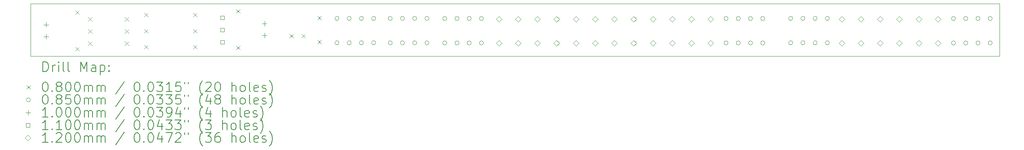
<source format=gbr>
%TF.GenerationSoftware,KiCad,Pcbnew,9.0.5*%
%TF.CreationDate,2025-10-26T18:04:21+01:00*%
%TF.ProjectId,rec_play_switch,7265635f-706c-4617-995f-737769746368,rev?*%
%TF.SameCoordinates,Original*%
%TF.FileFunction,Drillmap*%
%TF.FilePolarity,Positive*%
%FSLAX45Y45*%
G04 Gerber Fmt 4.5, Leading zero omitted, Abs format (unit mm)*
G04 Created by KiCad (PCBNEW 9.0.5) date 2025-10-26 18:04:21*
%MOMM*%
%LPD*%
G01*
G04 APERTURE LIST*
%ADD10C,0.100000*%
%ADD11C,0.200000*%
%ADD12C,0.110000*%
%ADD13C,0.120000*%
G04 APERTURE END LIST*
D10*
X6837000Y-7312600D02*
X26955800Y-7312600D01*
X26955800Y-8404700D01*
X6837000Y-8404700D01*
X6837000Y-7312600D01*
D11*
D10*
X7764200Y-7450300D02*
X7844200Y-7530300D01*
X7844200Y-7450300D02*
X7764200Y-7530300D01*
X7764200Y-8212300D02*
X7844200Y-8292300D01*
X7844200Y-8212300D02*
X7764200Y-8292300D01*
X8031400Y-7590000D02*
X8111400Y-7670000D01*
X8111400Y-7590000D02*
X8031400Y-7670000D01*
X8031400Y-7844000D02*
X8111400Y-7924000D01*
X8111400Y-7844000D02*
X8031400Y-7924000D01*
X8031400Y-8098000D02*
X8111400Y-8178000D01*
X8111400Y-8098000D02*
X8031400Y-8178000D01*
X8793400Y-7590000D02*
X8873400Y-7670000D01*
X8873400Y-7590000D02*
X8793400Y-7670000D01*
X8793400Y-7844000D02*
X8873400Y-7924000D01*
X8873400Y-7844000D02*
X8793400Y-7924000D01*
X8793400Y-8098000D02*
X8873400Y-8178000D01*
X8873400Y-8098000D02*
X8793400Y-8178000D01*
X9196655Y-7500733D02*
X9276655Y-7580733D01*
X9276655Y-7500733D02*
X9196655Y-7580733D01*
X9196655Y-7843633D02*
X9276655Y-7923633D01*
X9276655Y-7843633D02*
X9196655Y-7923633D01*
X9196655Y-8173833D02*
X9276655Y-8253833D01*
X9276655Y-8173833D02*
X9196655Y-8253833D01*
X10212655Y-7500733D02*
X10292655Y-7580733D01*
X10292655Y-7500733D02*
X10212655Y-7580733D01*
X10212655Y-7843633D02*
X10292655Y-7923633D01*
X10292655Y-7843633D02*
X10212655Y-7923633D01*
X10212655Y-8173833D02*
X10292655Y-8253833D01*
X10292655Y-8173833D02*
X10212655Y-8253833D01*
X11104300Y-7424900D02*
X11184300Y-7504900D01*
X11184300Y-7424900D02*
X11104300Y-7504900D01*
X11104300Y-8186900D02*
X11184300Y-8266900D01*
X11184300Y-8186900D02*
X11104300Y-8266900D01*
X12214886Y-7944983D02*
X12294886Y-8024983D01*
X12294886Y-7944983D02*
X12214886Y-8024983D01*
X12464886Y-7944983D02*
X12544886Y-8024983D01*
X12544886Y-7944983D02*
X12464886Y-8024983D01*
X12793617Y-7564817D02*
X12873617Y-7644817D01*
X12873617Y-7564817D02*
X12793617Y-7644817D01*
X12793617Y-8064817D02*
X12873617Y-8144817D01*
X12873617Y-8064817D02*
X12793617Y-8144817D01*
X13239967Y-7615767D02*
G75*
G02*
X13154967Y-7615767I-42500J0D01*
G01*
X13154967Y-7615767D02*
G75*
G02*
X13239967Y-7615767I42500J0D01*
G01*
X13239967Y-8123767D02*
G75*
G02*
X13154967Y-8123767I-42500J0D01*
G01*
X13154967Y-8123767D02*
G75*
G02*
X13239967Y-8123767I42500J0D01*
G01*
X13493967Y-7615767D02*
G75*
G02*
X13408967Y-7615767I-42500J0D01*
G01*
X13408967Y-7615767D02*
G75*
G02*
X13493967Y-7615767I42500J0D01*
G01*
X13493967Y-8123767D02*
G75*
G02*
X13408967Y-8123767I-42500J0D01*
G01*
X13408967Y-8123767D02*
G75*
G02*
X13493967Y-8123767I42500J0D01*
G01*
X13747967Y-7615767D02*
G75*
G02*
X13662967Y-7615767I-42500J0D01*
G01*
X13662967Y-7615767D02*
G75*
G02*
X13747967Y-7615767I42500J0D01*
G01*
X13747967Y-8123767D02*
G75*
G02*
X13662967Y-8123767I-42500J0D01*
G01*
X13662967Y-8123767D02*
G75*
G02*
X13747967Y-8123767I42500J0D01*
G01*
X14001967Y-7615767D02*
G75*
G02*
X13916967Y-7615767I-42500J0D01*
G01*
X13916967Y-7615767D02*
G75*
G02*
X14001967Y-7615767I42500J0D01*
G01*
X14001967Y-8123767D02*
G75*
G02*
X13916967Y-8123767I-42500J0D01*
G01*
X13916967Y-8123767D02*
G75*
G02*
X14001967Y-8123767I42500J0D01*
G01*
X14347317Y-7617517D02*
G75*
G02*
X14262317Y-7617517I-42500J0D01*
G01*
X14262317Y-7617517D02*
G75*
G02*
X14347317Y-7617517I42500J0D01*
G01*
X14347317Y-8125517D02*
G75*
G02*
X14262317Y-8125517I-42500J0D01*
G01*
X14262317Y-8125517D02*
G75*
G02*
X14347317Y-8125517I42500J0D01*
G01*
X14601317Y-7617517D02*
G75*
G02*
X14516317Y-7617517I-42500J0D01*
G01*
X14516317Y-7617517D02*
G75*
G02*
X14601317Y-7617517I42500J0D01*
G01*
X14601317Y-8125517D02*
G75*
G02*
X14516317Y-8125517I-42500J0D01*
G01*
X14516317Y-8125517D02*
G75*
G02*
X14601317Y-8125517I42500J0D01*
G01*
X14855317Y-7617517D02*
G75*
G02*
X14770317Y-7617517I-42500J0D01*
G01*
X14770317Y-7617517D02*
G75*
G02*
X14855317Y-7617517I42500J0D01*
G01*
X14855317Y-8125517D02*
G75*
G02*
X14770317Y-8125517I-42500J0D01*
G01*
X14770317Y-8125517D02*
G75*
G02*
X14855317Y-8125517I42500J0D01*
G01*
X15109317Y-7617517D02*
G75*
G02*
X15024317Y-7617517I-42500J0D01*
G01*
X15024317Y-7617517D02*
G75*
G02*
X15109317Y-7617517I42500J0D01*
G01*
X15109317Y-8125517D02*
G75*
G02*
X15024317Y-8125517I-42500J0D01*
G01*
X15024317Y-8125517D02*
G75*
G02*
X15109317Y-8125517I42500J0D01*
G01*
X15480067Y-7619267D02*
G75*
G02*
X15395067Y-7619267I-42500J0D01*
G01*
X15395067Y-7619267D02*
G75*
G02*
X15480067Y-7619267I42500J0D01*
G01*
X15480067Y-8127267D02*
G75*
G02*
X15395067Y-8127267I-42500J0D01*
G01*
X15395067Y-8127267D02*
G75*
G02*
X15480067Y-8127267I42500J0D01*
G01*
X15734067Y-7619267D02*
G75*
G02*
X15649067Y-7619267I-42500J0D01*
G01*
X15649067Y-7619267D02*
G75*
G02*
X15734067Y-7619267I42500J0D01*
G01*
X15734067Y-8127267D02*
G75*
G02*
X15649067Y-8127267I-42500J0D01*
G01*
X15649067Y-8127267D02*
G75*
G02*
X15734067Y-8127267I42500J0D01*
G01*
X15988067Y-7619267D02*
G75*
G02*
X15903067Y-7619267I-42500J0D01*
G01*
X15903067Y-7619267D02*
G75*
G02*
X15988067Y-7619267I42500J0D01*
G01*
X15988067Y-8127267D02*
G75*
G02*
X15903067Y-8127267I-42500J0D01*
G01*
X15903067Y-8127267D02*
G75*
G02*
X15988067Y-8127267I42500J0D01*
G01*
X16242067Y-7619267D02*
G75*
G02*
X16157067Y-7619267I-42500J0D01*
G01*
X16157067Y-7619267D02*
G75*
G02*
X16242067Y-7619267I42500J0D01*
G01*
X16242067Y-8127267D02*
G75*
G02*
X16157067Y-8127267I-42500J0D01*
G01*
X16157067Y-8127267D02*
G75*
G02*
X16242067Y-8127267I42500J0D01*
G01*
X21322067Y-7619267D02*
G75*
G02*
X21237067Y-7619267I-42500J0D01*
G01*
X21237067Y-7619267D02*
G75*
G02*
X21322067Y-7619267I42500J0D01*
G01*
X21322067Y-8127267D02*
G75*
G02*
X21237067Y-8127267I-42500J0D01*
G01*
X21237067Y-8127267D02*
G75*
G02*
X21322067Y-8127267I42500J0D01*
G01*
X21576067Y-7619267D02*
G75*
G02*
X21491067Y-7619267I-42500J0D01*
G01*
X21491067Y-7619267D02*
G75*
G02*
X21576067Y-7619267I42500J0D01*
G01*
X21576067Y-8127267D02*
G75*
G02*
X21491067Y-8127267I-42500J0D01*
G01*
X21491067Y-8127267D02*
G75*
G02*
X21576067Y-8127267I42500J0D01*
G01*
X21830067Y-7619267D02*
G75*
G02*
X21745067Y-7619267I-42500J0D01*
G01*
X21745067Y-7619267D02*
G75*
G02*
X21830067Y-7619267I42500J0D01*
G01*
X21830067Y-8127267D02*
G75*
G02*
X21745067Y-8127267I-42500J0D01*
G01*
X21745067Y-8127267D02*
G75*
G02*
X21830067Y-8127267I42500J0D01*
G01*
X22084067Y-7619267D02*
G75*
G02*
X21999067Y-7619267I-42500J0D01*
G01*
X21999067Y-7619267D02*
G75*
G02*
X22084067Y-7619267I42500J0D01*
G01*
X22084067Y-8127267D02*
G75*
G02*
X21999067Y-8127267I-42500J0D01*
G01*
X21999067Y-8127267D02*
G75*
G02*
X22084067Y-8127267I42500J0D01*
G01*
X22663367Y-7615767D02*
G75*
G02*
X22578367Y-7615767I-42500J0D01*
G01*
X22578367Y-7615767D02*
G75*
G02*
X22663367Y-7615767I42500J0D01*
G01*
X22663367Y-8123767D02*
G75*
G02*
X22578367Y-8123767I-42500J0D01*
G01*
X22578367Y-8123767D02*
G75*
G02*
X22663367Y-8123767I42500J0D01*
G01*
X22917367Y-7615767D02*
G75*
G02*
X22832367Y-7615767I-42500J0D01*
G01*
X22832367Y-7615767D02*
G75*
G02*
X22917367Y-7615767I42500J0D01*
G01*
X22917367Y-8123767D02*
G75*
G02*
X22832367Y-8123767I-42500J0D01*
G01*
X22832367Y-8123767D02*
G75*
G02*
X22917367Y-8123767I42500J0D01*
G01*
X23171367Y-7615767D02*
G75*
G02*
X23086367Y-7615767I-42500J0D01*
G01*
X23086367Y-7615767D02*
G75*
G02*
X23171367Y-7615767I42500J0D01*
G01*
X23171367Y-8123767D02*
G75*
G02*
X23086367Y-8123767I-42500J0D01*
G01*
X23086367Y-8123767D02*
G75*
G02*
X23171367Y-8123767I42500J0D01*
G01*
X23425367Y-7615767D02*
G75*
G02*
X23340367Y-7615767I-42500J0D01*
G01*
X23340367Y-7615767D02*
G75*
G02*
X23425367Y-7615767I42500J0D01*
G01*
X23425367Y-8123767D02*
G75*
G02*
X23340367Y-8123767I-42500J0D01*
G01*
X23340367Y-8123767D02*
G75*
G02*
X23425367Y-8123767I42500J0D01*
G01*
X26045800Y-7619267D02*
G75*
G02*
X25960800Y-7619267I-42500J0D01*
G01*
X25960800Y-7619267D02*
G75*
G02*
X26045800Y-7619267I42500J0D01*
G01*
X26045800Y-8127267D02*
G75*
G02*
X25960800Y-8127267I-42500J0D01*
G01*
X25960800Y-8127267D02*
G75*
G02*
X26045800Y-8127267I42500J0D01*
G01*
X26299800Y-7619267D02*
G75*
G02*
X26214800Y-7619267I-42500J0D01*
G01*
X26214800Y-7619267D02*
G75*
G02*
X26299800Y-7619267I42500J0D01*
G01*
X26299800Y-8127267D02*
G75*
G02*
X26214800Y-8127267I-42500J0D01*
G01*
X26214800Y-8127267D02*
G75*
G02*
X26299800Y-8127267I42500J0D01*
G01*
X26553800Y-7619267D02*
G75*
G02*
X26468800Y-7619267I-42500J0D01*
G01*
X26468800Y-7619267D02*
G75*
G02*
X26553800Y-7619267I42500J0D01*
G01*
X26553800Y-8127267D02*
G75*
G02*
X26468800Y-8127267I-42500J0D01*
G01*
X26468800Y-8127267D02*
G75*
G02*
X26553800Y-8127267I42500J0D01*
G01*
X26807800Y-7619267D02*
G75*
G02*
X26722800Y-7619267I-42500J0D01*
G01*
X26722800Y-7619267D02*
G75*
G02*
X26807800Y-7619267I42500J0D01*
G01*
X26807800Y-8127267D02*
G75*
G02*
X26722800Y-8127267I-42500J0D01*
G01*
X26722800Y-8127267D02*
G75*
G02*
X26807800Y-8127267I42500J0D01*
G01*
X7154800Y-7696300D02*
X7154800Y-7796300D01*
X7104800Y-7746300D02*
X7204800Y-7746300D01*
X7154800Y-7946300D02*
X7154800Y-8046300D01*
X7104800Y-7996300D02*
X7204800Y-7996300D01*
X11690617Y-7673117D02*
X11690617Y-7773117D01*
X11640617Y-7723117D02*
X11740617Y-7723117D01*
X11690617Y-7923117D02*
X11690617Y-8023117D01*
X11640617Y-7973117D02*
X11740617Y-7973117D01*
D12*
X10859091Y-7643491D02*
X10859091Y-7565709D01*
X10781309Y-7565709D01*
X10781309Y-7643491D01*
X10859091Y-7643491D01*
X10859091Y-7897491D02*
X10859091Y-7819709D01*
X10781309Y-7819709D01*
X10781309Y-7897491D01*
X10859091Y-7897491D01*
X10859091Y-8151491D02*
X10859091Y-8073709D01*
X10781309Y-8073709D01*
X10781309Y-8151491D01*
X10859091Y-8151491D01*
D13*
X16560317Y-7690617D02*
X16620317Y-7630617D01*
X16560317Y-7570617D01*
X16500317Y-7630617D01*
X16560317Y-7690617D01*
X16560317Y-8190617D02*
X16620317Y-8130617D01*
X16560317Y-8070617D01*
X16500317Y-8130617D01*
X16560317Y-8190617D01*
X16960317Y-7690617D02*
X17020317Y-7630617D01*
X16960317Y-7570617D01*
X16900317Y-7630617D01*
X16960317Y-7690617D01*
X16960317Y-8190617D02*
X17020317Y-8130617D01*
X16960317Y-8070617D01*
X16900317Y-8130617D01*
X16960317Y-8190617D01*
X17360317Y-7690617D02*
X17420317Y-7630617D01*
X17360317Y-7570617D01*
X17300317Y-7630617D01*
X17360317Y-7690617D01*
X17360317Y-8190617D02*
X17420317Y-8130617D01*
X17360317Y-8070617D01*
X17300317Y-8130617D01*
X17360317Y-8190617D01*
X17760317Y-7690617D02*
X17820317Y-7630617D01*
X17760317Y-7570617D01*
X17700317Y-7630617D01*
X17760317Y-7690617D01*
X17760317Y-8190617D02*
X17820317Y-8130617D01*
X17760317Y-8070617D01*
X17700317Y-8130617D01*
X17760317Y-8190617D01*
X18160317Y-7690617D02*
X18220317Y-7630617D01*
X18160317Y-7570617D01*
X18100317Y-7630617D01*
X18160317Y-7690617D01*
X18160317Y-8193355D02*
X18220317Y-8133355D01*
X18160317Y-8073355D01*
X18100317Y-8133355D01*
X18160317Y-8193355D01*
X18560317Y-7690617D02*
X18620317Y-7630617D01*
X18560317Y-7570617D01*
X18500317Y-7630617D01*
X18560317Y-7690617D01*
X18560317Y-8193355D02*
X18620317Y-8133355D01*
X18560317Y-8073355D01*
X18500317Y-8133355D01*
X18560317Y-8193355D01*
X18960317Y-7690617D02*
X19020317Y-7630617D01*
X18960317Y-7570617D01*
X18900317Y-7630617D01*
X18960317Y-7690617D01*
X18960317Y-8193355D02*
X19020317Y-8133355D01*
X18960317Y-8073355D01*
X18900317Y-8133355D01*
X18960317Y-8193355D01*
X19360317Y-7690617D02*
X19420317Y-7630617D01*
X19360317Y-7570617D01*
X19300317Y-7630617D01*
X19360317Y-7690617D01*
X19360317Y-8193355D02*
X19420317Y-8133355D01*
X19360317Y-8073355D01*
X19300317Y-8133355D01*
X19360317Y-8193355D01*
X19760317Y-7690617D02*
X19820317Y-7630617D01*
X19760317Y-7570617D01*
X19700317Y-7630617D01*
X19760317Y-7690617D01*
X19760317Y-8193355D02*
X19820317Y-8133355D01*
X19760317Y-8073355D01*
X19700317Y-8133355D01*
X19760317Y-8193355D01*
X20160317Y-7690617D02*
X20220317Y-7630617D01*
X20160317Y-7570617D01*
X20100317Y-7630617D01*
X20160317Y-7690617D01*
X20160317Y-8193355D02*
X20220317Y-8133355D01*
X20160317Y-8073355D01*
X20100317Y-8133355D01*
X20160317Y-8193355D01*
X20560317Y-7690617D02*
X20620317Y-7630617D01*
X20560317Y-7570617D01*
X20500317Y-7630617D01*
X20560317Y-7690617D01*
X20560317Y-8193355D02*
X20620317Y-8133355D01*
X20560317Y-8073355D01*
X20500317Y-8133355D01*
X20560317Y-8193355D01*
X20960317Y-7690617D02*
X21020317Y-7630617D01*
X20960317Y-7570617D01*
X20900317Y-7630617D01*
X20960317Y-7690617D01*
X20960317Y-8193355D02*
X21020317Y-8133355D01*
X20960317Y-8073355D01*
X20900317Y-8133355D01*
X20960317Y-8193355D01*
X23680317Y-7690617D02*
X23740317Y-7630617D01*
X23680317Y-7570617D01*
X23620317Y-7630617D01*
X23680317Y-7690617D01*
X23680317Y-8190617D02*
X23740317Y-8130617D01*
X23680317Y-8070617D01*
X23620317Y-8130617D01*
X23680317Y-8190617D01*
X24080317Y-7690617D02*
X24140317Y-7630617D01*
X24080317Y-7570617D01*
X24020317Y-7630617D01*
X24080317Y-7690617D01*
X24080317Y-8190617D02*
X24140317Y-8130617D01*
X24080317Y-8070617D01*
X24020317Y-8130617D01*
X24080317Y-8190617D01*
X24480317Y-7690617D02*
X24540317Y-7630617D01*
X24480317Y-7570617D01*
X24420317Y-7630617D01*
X24480317Y-7690617D01*
X24480317Y-8190617D02*
X24540317Y-8130617D01*
X24480317Y-8070617D01*
X24420317Y-8130617D01*
X24480317Y-8190617D01*
X24880317Y-7690617D02*
X24940317Y-7630617D01*
X24880317Y-7570617D01*
X24820317Y-7630617D01*
X24880317Y-7690617D01*
X24880317Y-8190617D02*
X24940317Y-8130617D01*
X24880317Y-8070617D01*
X24820317Y-8130617D01*
X24880317Y-8190617D01*
X25280317Y-7690617D02*
X25340317Y-7630617D01*
X25280317Y-7570617D01*
X25220317Y-7630617D01*
X25280317Y-7690617D01*
X25280317Y-8190617D02*
X25340317Y-8130617D01*
X25280317Y-8070617D01*
X25220317Y-8130617D01*
X25280317Y-8190617D01*
X25680317Y-7690617D02*
X25740317Y-7630617D01*
X25680317Y-7570617D01*
X25620317Y-7630617D01*
X25680317Y-7690617D01*
X25680317Y-8192174D02*
X25740317Y-8132174D01*
X25680317Y-8072174D01*
X25620317Y-8132174D01*
X25680317Y-8192174D01*
D11*
X7092777Y-8721184D02*
X7092777Y-8521184D01*
X7092777Y-8521184D02*
X7140396Y-8521184D01*
X7140396Y-8521184D02*
X7168967Y-8530708D01*
X7168967Y-8530708D02*
X7188015Y-8549755D01*
X7188015Y-8549755D02*
X7197539Y-8568803D01*
X7197539Y-8568803D02*
X7207062Y-8606898D01*
X7207062Y-8606898D02*
X7207062Y-8635470D01*
X7207062Y-8635470D02*
X7197539Y-8673565D01*
X7197539Y-8673565D02*
X7188015Y-8692612D01*
X7188015Y-8692612D02*
X7168967Y-8711660D01*
X7168967Y-8711660D02*
X7140396Y-8721184D01*
X7140396Y-8721184D02*
X7092777Y-8721184D01*
X7292777Y-8721184D02*
X7292777Y-8587850D01*
X7292777Y-8625946D02*
X7302301Y-8606898D01*
X7302301Y-8606898D02*
X7311824Y-8597374D01*
X7311824Y-8597374D02*
X7330872Y-8587850D01*
X7330872Y-8587850D02*
X7349920Y-8587850D01*
X7416586Y-8721184D02*
X7416586Y-8587850D01*
X7416586Y-8521184D02*
X7407062Y-8530708D01*
X7407062Y-8530708D02*
X7416586Y-8540231D01*
X7416586Y-8540231D02*
X7426110Y-8530708D01*
X7426110Y-8530708D02*
X7416586Y-8521184D01*
X7416586Y-8521184D02*
X7416586Y-8540231D01*
X7540396Y-8721184D02*
X7521348Y-8711660D01*
X7521348Y-8711660D02*
X7511824Y-8692612D01*
X7511824Y-8692612D02*
X7511824Y-8521184D01*
X7645158Y-8721184D02*
X7626110Y-8711660D01*
X7626110Y-8711660D02*
X7616586Y-8692612D01*
X7616586Y-8692612D02*
X7616586Y-8521184D01*
X7873729Y-8721184D02*
X7873729Y-8521184D01*
X7873729Y-8521184D02*
X7940396Y-8664041D01*
X7940396Y-8664041D02*
X8007062Y-8521184D01*
X8007062Y-8521184D02*
X8007062Y-8721184D01*
X8188015Y-8721184D02*
X8188015Y-8616422D01*
X8188015Y-8616422D02*
X8178491Y-8597374D01*
X8178491Y-8597374D02*
X8159443Y-8587850D01*
X8159443Y-8587850D02*
X8121348Y-8587850D01*
X8121348Y-8587850D02*
X8102301Y-8597374D01*
X8188015Y-8711660D02*
X8168967Y-8721184D01*
X8168967Y-8721184D02*
X8121348Y-8721184D01*
X8121348Y-8721184D02*
X8102301Y-8711660D01*
X8102301Y-8711660D02*
X8092777Y-8692612D01*
X8092777Y-8692612D02*
X8092777Y-8673565D01*
X8092777Y-8673565D02*
X8102301Y-8654517D01*
X8102301Y-8654517D02*
X8121348Y-8644993D01*
X8121348Y-8644993D02*
X8168967Y-8644993D01*
X8168967Y-8644993D02*
X8188015Y-8635470D01*
X8283253Y-8587850D02*
X8283253Y-8787850D01*
X8283253Y-8597374D02*
X8302301Y-8587850D01*
X8302301Y-8587850D02*
X8340396Y-8587850D01*
X8340396Y-8587850D02*
X8359443Y-8597374D01*
X8359443Y-8597374D02*
X8368967Y-8606898D01*
X8368967Y-8606898D02*
X8378491Y-8625946D01*
X8378491Y-8625946D02*
X8378491Y-8683089D01*
X8378491Y-8683089D02*
X8368967Y-8702136D01*
X8368967Y-8702136D02*
X8359443Y-8711660D01*
X8359443Y-8711660D02*
X8340396Y-8721184D01*
X8340396Y-8721184D02*
X8302301Y-8721184D01*
X8302301Y-8721184D02*
X8283253Y-8711660D01*
X8464205Y-8702136D02*
X8473729Y-8711660D01*
X8473729Y-8711660D02*
X8464205Y-8721184D01*
X8464205Y-8721184D02*
X8454682Y-8711660D01*
X8454682Y-8711660D02*
X8464205Y-8702136D01*
X8464205Y-8702136D02*
X8464205Y-8721184D01*
X8464205Y-8597374D02*
X8473729Y-8606898D01*
X8473729Y-8606898D02*
X8464205Y-8616422D01*
X8464205Y-8616422D02*
X8454682Y-8606898D01*
X8454682Y-8606898D02*
X8464205Y-8597374D01*
X8464205Y-8597374D02*
X8464205Y-8616422D01*
D10*
X6752000Y-9009700D02*
X6832000Y-9089700D01*
X6832000Y-9009700D02*
X6752000Y-9089700D01*
D11*
X7130872Y-8941184D02*
X7149920Y-8941184D01*
X7149920Y-8941184D02*
X7168967Y-8950708D01*
X7168967Y-8950708D02*
X7178491Y-8960231D01*
X7178491Y-8960231D02*
X7188015Y-8979279D01*
X7188015Y-8979279D02*
X7197539Y-9017374D01*
X7197539Y-9017374D02*
X7197539Y-9064993D01*
X7197539Y-9064993D02*
X7188015Y-9103089D01*
X7188015Y-9103089D02*
X7178491Y-9122136D01*
X7178491Y-9122136D02*
X7168967Y-9131660D01*
X7168967Y-9131660D02*
X7149920Y-9141184D01*
X7149920Y-9141184D02*
X7130872Y-9141184D01*
X7130872Y-9141184D02*
X7111824Y-9131660D01*
X7111824Y-9131660D02*
X7102301Y-9122136D01*
X7102301Y-9122136D02*
X7092777Y-9103089D01*
X7092777Y-9103089D02*
X7083253Y-9064993D01*
X7083253Y-9064993D02*
X7083253Y-9017374D01*
X7083253Y-9017374D02*
X7092777Y-8979279D01*
X7092777Y-8979279D02*
X7102301Y-8960231D01*
X7102301Y-8960231D02*
X7111824Y-8950708D01*
X7111824Y-8950708D02*
X7130872Y-8941184D01*
X7283253Y-9122136D02*
X7292777Y-9131660D01*
X7292777Y-9131660D02*
X7283253Y-9141184D01*
X7283253Y-9141184D02*
X7273729Y-9131660D01*
X7273729Y-9131660D02*
X7283253Y-9122136D01*
X7283253Y-9122136D02*
X7283253Y-9141184D01*
X7407062Y-9026898D02*
X7388015Y-9017374D01*
X7388015Y-9017374D02*
X7378491Y-9007850D01*
X7378491Y-9007850D02*
X7368967Y-8988803D01*
X7368967Y-8988803D02*
X7368967Y-8979279D01*
X7368967Y-8979279D02*
X7378491Y-8960231D01*
X7378491Y-8960231D02*
X7388015Y-8950708D01*
X7388015Y-8950708D02*
X7407062Y-8941184D01*
X7407062Y-8941184D02*
X7445158Y-8941184D01*
X7445158Y-8941184D02*
X7464205Y-8950708D01*
X7464205Y-8950708D02*
X7473729Y-8960231D01*
X7473729Y-8960231D02*
X7483253Y-8979279D01*
X7483253Y-8979279D02*
X7483253Y-8988803D01*
X7483253Y-8988803D02*
X7473729Y-9007850D01*
X7473729Y-9007850D02*
X7464205Y-9017374D01*
X7464205Y-9017374D02*
X7445158Y-9026898D01*
X7445158Y-9026898D02*
X7407062Y-9026898D01*
X7407062Y-9026898D02*
X7388015Y-9036422D01*
X7388015Y-9036422D02*
X7378491Y-9045946D01*
X7378491Y-9045946D02*
X7368967Y-9064993D01*
X7368967Y-9064993D02*
X7368967Y-9103089D01*
X7368967Y-9103089D02*
X7378491Y-9122136D01*
X7378491Y-9122136D02*
X7388015Y-9131660D01*
X7388015Y-9131660D02*
X7407062Y-9141184D01*
X7407062Y-9141184D02*
X7445158Y-9141184D01*
X7445158Y-9141184D02*
X7464205Y-9131660D01*
X7464205Y-9131660D02*
X7473729Y-9122136D01*
X7473729Y-9122136D02*
X7483253Y-9103089D01*
X7483253Y-9103089D02*
X7483253Y-9064993D01*
X7483253Y-9064993D02*
X7473729Y-9045946D01*
X7473729Y-9045946D02*
X7464205Y-9036422D01*
X7464205Y-9036422D02*
X7445158Y-9026898D01*
X7607062Y-8941184D02*
X7626110Y-8941184D01*
X7626110Y-8941184D02*
X7645158Y-8950708D01*
X7645158Y-8950708D02*
X7654682Y-8960231D01*
X7654682Y-8960231D02*
X7664205Y-8979279D01*
X7664205Y-8979279D02*
X7673729Y-9017374D01*
X7673729Y-9017374D02*
X7673729Y-9064993D01*
X7673729Y-9064993D02*
X7664205Y-9103089D01*
X7664205Y-9103089D02*
X7654682Y-9122136D01*
X7654682Y-9122136D02*
X7645158Y-9131660D01*
X7645158Y-9131660D02*
X7626110Y-9141184D01*
X7626110Y-9141184D02*
X7607062Y-9141184D01*
X7607062Y-9141184D02*
X7588015Y-9131660D01*
X7588015Y-9131660D02*
X7578491Y-9122136D01*
X7578491Y-9122136D02*
X7568967Y-9103089D01*
X7568967Y-9103089D02*
X7559443Y-9064993D01*
X7559443Y-9064993D02*
X7559443Y-9017374D01*
X7559443Y-9017374D02*
X7568967Y-8979279D01*
X7568967Y-8979279D02*
X7578491Y-8960231D01*
X7578491Y-8960231D02*
X7588015Y-8950708D01*
X7588015Y-8950708D02*
X7607062Y-8941184D01*
X7797539Y-8941184D02*
X7816586Y-8941184D01*
X7816586Y-8941184D02*
X7835634Y-8950708D01*
X7835634Y-8950708D02*
X7845158Y-8960231D01*
X7845158Y-8960231D02*
X7854682Y-8979279D01*
X7854682Y-8979279D02*
X7864205Y-9017374D01*
X7864205Y-9017374D02*
X7864205Y-9064993D01*
X7864205Y-9064993D02*
X7854682Y-9103089D01*
X7854682Y-9103089D02*
X7845158Y-9122136D01*
X7845158Y-9122136D02*
X7835634Y-9131660D01*
X7835634Y-9131660D02*
X7816586Y-9141184D01*
X7816586Y-9141184D02*
X7797539Y-9141184D01*
X7797539Y-9141184D02*
X7778491Y-9131660D01*
X7778491Y-9131660D02*
X7768967Y-9122136D01*
X7768967Y-9122136D02*
X7759443Y-9103089D01*
X7759443Y-9103089D02*
X7749920Y-9064993D01*
X7749920Y-9064993D02*
X7749920Y-9017374D01*
X7749920Y-9017374D02*
X7759443Y-8979279D01*
X7759443Y-8979279D02*
X7768967Y-8960231D01*
X7768967Y-8960231D02*
X7778491Y-8950708D01*
X7778491Y-8950708D02*
X7797539Y-8941184D01*
X7949920Y-9141184D02*
X7949920Y-9007850D01*
X7949920Y-9026898D02*
X7959443Y-9017374D01*
X7959443Y-9017374D02*
X7978491Y-9007850D01*
X7978491Y-9007850D02*
X8007063Y-9007850D01*
X8007063Y-9007850D02*
X8026110Y-9017374D01*
X8026110Y-9017374D02*
X8035634Y-9036422D01*
X8035634Y-9036422D02*
X8035634Y-9141184D01*
X8035634Y-9036422D02*
X8045158Y-9017374D01*
X8045158Y-9017374D02*
X8064205Y-9007850D01*
X8064205Y-9007850D02*
X8092777Y-9007850D01*
X8092777Y-9007850D02*
X8111824Y-9017374D01*
X8111824Y-9017374D02*
X8121348Y-9036422D01*
X8121348Y-9036422D02*
X8121348Y-9141184D01*
X8216586Y-9141184D02*
X8216586Y-9007850D01*
X8216586Y-9026898D02*
X8226110Y-9017374D01*
X8226110Y-9017374D02*
X8245158Y-9007850D01*
X8245158Y-9007850D02*
X8273729Y-9007850D01*
X8273729Y-9007850D02*
X8292777Y-9017374D01*
X8292777Y-9017374D02*
X8302301Y-9036422D01*
X8302301Y-9036422D02*
X8302301Y-9141184D01*
X8302301Y-9036422D02*
X8311824Y-9017374D01*
X8311824Y-9017374D02*
X8330872Y-9007850D01*
X8330872Y-9007850D02*
X8359443Y-9007850D01*
X8359443Y-9007850D02*
X8378491Y-9017374D01*
X8378491Y-9017374D02*
X8388015Y-9036422D01*
X8388015Y-9036422D02*
X8388015Y-9141184D01*
X8778491Y-8931660D02*
X8607063Y-9188803D01*
X9035634Y-8941184D02*
X9054682Y-8941184D01*
X9054682Y-8941184D02*
X9073729Y-8950708D01*
X9073729Y-8950708D02*
X9083253Y-8960231D01*
X9083253Y-8960231D02*
X9092777Y-8979279D01*
X9092777Y-8979279D02*
X9102301Y-9017374D01*
X9102301Y-9017374D02*
X9102301Y-9064993D01*
X9102301Y-9064993D02*
X9092777Y-9103089D01*
X9092777Y-9103089D02*
X9083253Y-9122136D01*
X9083253Y-9122136D02*
X9073729Y-9131660D01*
X9073729Y-9131660D02*
X9054682Y-9141184D01*
X9054682Y-9141184D02*
X9035634Y-9141184D01*
X9035634Y-9141184D02*
X9016587Y-9131660D01*
X9016587Y-9131660D02*
X9007063Y-9122136D01*
X9007063Y-9122136D02*
X8997539Y-9103089D01*
X8997539Y-9103089D02*
X8988015Y-9064993D01*
X8988015Y-9064993D02*
X8988015Y-9017374D01*
X8988015Y-9017374D02*
X8997539Y-8979279D01*
X8997539Y-8979279D02*
X9007063Y-8960231D01*
X9007063Y-8960231D02*
X9016587Y-8950708D01*
X9016587Y-8950708D02*
X9035634Y-8941184D01*
X9188015Y-9122136D02*
X9197539Y-9131660D01*
X9197539Y-9131660D02*
X9188015Y-9141184D01*
X9188015Y-9141184D02*
X9178491Y-9131660D01*
X9178491Y-9131660D02*
X9188015Y-9122136D01*
X9188015Y-9122136D02*
X9188015Y-9141184D01*
X9321348Y-8941184D02*
X9340396Y-8941184D01*
X9340396Y-8941184D02*
X9359444Y-8950708D01*
X9359444Y-8950708D02*
X9368968Y-8960231D01*
X9368968Y-8960231D02*
X9378491Y-8979279D01*
X9378491Y-8979279D02*
X9388015Y-9017374D01*
X9388015Y-9017374D02*
X9388015Y-9064993D01*
X9388015Y-9064993D02*
X9378491Y-9103089D01*
X9378491Y-9103089D02*
X9368968Y-9122136D01*
X9368968Y-9122136D02*
X9359444Y-9131660D01*
X9359444Y-9131660D02*
X9340396Y-9141184D01*
X9340396Y-9141184D02*
X9321348Y-9141184D01*
X9321348Y-9141184D02*
X9302301Y-9131660D01*
X9302301Y-9131660D02*
X9292777Y-9122136D01*
X9292777Y-9122136D02*
X9283253Y-9103089D01*
X9283253Y-9103089D02*
X9273729Y-9064993D01*
X9273729Y-9064993D02*
X9273729Y-9017374D01*
X9273729Y-9017374D02*
X9283253Y-8979279D01*
X9283253Y-8979279D02*
X9292777Y-8960231D01*
X9292777Y-8960231D02*
X9302301Y-8950708D01*
X9302301Y-8950708D02*
X9321348Y-8941184D01*
X9454682Y-8941184D02*
X9578491Y-8941184D01*
X9578491Y-8941184D02*
X9511825Y-9017374D01*
X9511825Y-9017374D02*
X9540396Y-9017374D01*
X9540396Y-9017374D02*
X9559444Y-9026898D01*
X9559444Y-9026898D02*
X9568968Y-9036422D01*
X9568968Y-9036422D02*
X9578491Y-9055470D01*
X9578491Y-9055470D02*
X9578491Y-9103089D01*
X9578491Y-9103089D02*
X9568968Y-9122136D01*
X9568968Y-9122136D02*
X9559444Y-9131660D01*
X9559444Y-9131660D02*
X9540396Y-9141184D01*
X9540396Y-9141184D02*
X9483253Y-9141184D01*
X9483253Y-9141184D02*
X9464206Y-9131660D01*
X9464206Y-9131660D02*
X9454682Y-9122136D01*
X9768968Y-9141184D02*
X9654682Y-9141184D01*
X9711825Y-9141184D02*
X9711825Y-8941184D01*
X9711825Y-8941184D02*
X9692777Y-8969755D01*
X9692777Y-8969755D02*
X9673729Y-8988803D01*
X9673729Y-8988803D02*
X9654682Y-8998327D01*
X9949920Y-8941184D02*
X9854682Y-8941184D01*
X9854682Y-8941184D02*
X9845158Y-9036422D01*
X9845158Y-9036422D02*
X9854682Y-9026898D01*
X9854682Y-9026898D02*
X9873729Y-9017374D01*
X9873729Y-9017374D02*
X9921349Y-9017374D01*
X9921349Y-9017374D02*
X9940396Y-9026898D01*
X9940396Y-9026898D02*
X9949920Y-9036422D01*
X9949920Y-9036422D02*
X9959444Y-9055470D01*
X9959444Y-9055470D02*
X9959444Y-9103089D01*
X9959444Y-9103089D02*
X9949920Y-9122136D01*
X9949920Y-9122136D02*
X9940396Y-9131660D01*
X9940396Y-9131660D02*
X9921349Y-9141184D01*
X9921349Y-9141184D02*
X9873729Y-9141184D01*
X9873729Y-9141184D02*
X9854682Y-9131660D01*
X9854682Y-9131660D02*
X9845158Y-9122136D01*
X10035634Y-8941184D02*
X10035634Y-8979279D01*
X10111825Y-8941184D02*
X10111825Y-8979279D01*
X10407063Y-9217374D02*
X10397539Y-9207850D01*
X10397539Y-9207850D02*
X10378491Y-9179279D01*
X10378491Y-9179279D02*
X10368968Y-9160231D01*
X10368968Y-9160231D02*
X10359444Y-9131660D01*
X10359444Y-9131660D02*
X10349920Y-9084041D01*
X10349920Y-9084041D02*
X10349920Y-9045946D01*
X10349920Y-9045946D02*
X10359444Y-8998327D01*
X10359444Y-8998327D02*
X10368968Y-8969755D01*
X10368968Y-8969755D02*
X10378491Y-8950708D01*
X10378491Y-8950708D02*
X10397539Y-8922136D01*
X10397539Y-8922136D02*
X10407063Y-8912612D01*
X10473730Y-8960231D02*
X10483253Y-8950708D01*
X10483253Y-8950708D02*
X10502301Y-8941184D01*
X10502301Y-8941184D02*
X10549920Y-8941184D01*
X10549920Y-8941184D02*
X10568968Y-8950708D01*
X10568968Y-8950708D02*
X10578491Y-8960231D01*
X10578491Y-8960231D02*
X10588015Y-8979279D01*
X10588015Y-8979279D02*
X10588015Y-8998327D01*
X10588015Y-8998327D02*
X10578491Y-9026898D01*
X10578491Y-9026898D02*
X10464206Y-9141184D01*
X10464206Y-9141184D02*
X10588015Y-9141184D01*
X10711825Y-8941184D02*
X10730872Y-8941184D01*
X10730872Y-8941184D02*
X10749920Y-8950708D01*
X10749920Y-8950708D02*
X10759444Y-8960231D01*
X10759444Y-8960231D02*
X10768968Y-8979279D01*
X10768968Y-8979279D02*
X10778491Y-9017374D01*
X10778491Y-9017374D02*
X10778491Y-9064993D01*
X10778491Y-9064993D02*
X10768968Y-9103089D01*
X10768968Y-9103089D02*
X10759444Y-9122136D01*
X10759444Y-9122136D02*
X10749920Y-9131660D01*
X10749920Y-9131660D02*
X10730872Y-9141184D01*
X10730872Y-9141184D02*
X10711825Y-9141184D01*
X10711825Y-9141184D02*
X10692777Y-9131660D01*
X10692777Y-9131660D02*
X10683253Y-9122136D01*
X10683253Y-9122136D02*
X10673730Y-9103089D01*
X10673730Y-9103089D02*
X10664206Y-9064993D01*
X10664206Y-9064993D02*
X10664206Y-9017374D01*
X10664206Y-9017374D02*
X10673730Y-8979279D01*
X10673730Y-8979279D02*
X10683253Y-8960231D01*
X10683253Y-8960231D02*
X10692777Y-8950708D01*
X10692777Y-8950708D02*
X10711825Y-8941184D01*
X11016587Y-9141184D02*
X11016587Y-8941184D01*
X11102301Y-9141184D02*
X11102301Y-9036422D01*
X11102301Y-9036422D02*
X11092777Y-9017374D01*
X11092777Y-9017374D02*
X11073730Y-9007850D01*
X11073730Y-9007850D02*
X11045158Y-9007850D01*
X11045158Y-9007850D02*
X11026111Y-9017374D01*
X11026111Y-9017374D02*
X11016587Y-9026898D01*
X11226110Y-9141184D02*
X11207063Y-9131660D01*
X11207063Y-9131660D02*
X11197539Y-9122136D01*
X11197539Y-9122136D02*
X11188015Y-9103089D01*
X11188015Y-9103089D02*
X11188015Y-9045946D01*
X11188015Y-9045946D02*
X11197539Y-9026898D01*
X11197539Y-9026898D02*
X11207063Y-9017374D01*
X11207063Y-9017374D02*
X11226110Y-9007850D01*
X11226110Y-9007850D02*
X11254682Y-9007850D01*
X11254682Y-9007850D02*
X11273730Y-9017374D01*
X11273730Y-9017374D02*
X11283253Y-9026898D01*
X11283253Y-9026898D02*
X11292777Y-9045946D01*
X11292777Y-9045946D02*
X11292777Y-9103089D01*
X11292777Y-9103089D02*
X11283253Y-9122136D01*
X11283253Y-9122136D02*
X11273730Y-9131660D01*
X11273730Y-9131660D02*
X11254682Y-9141184D01*
X11254682Y-9141184D02*
X11226110Y-9141184D01*
X11407063Y-9141184D02*
X11388015Y-9131660D01*
X11388015Y-9131660D02*
X11378491Y-9112612D01*
X11378491Y-9112612D02*
X11378491Y-8941184D01*
X11559444Y-9131660D02*
X11540396Y-9141184D01*
X11540396Y-9141184D02*
X11502301Y-9141184D01*
X11502301Y-9141184D02*
X11483253Y-9131660D01*
X11483253Y-9131660D02*
X11473730Y-9112612D01*
X11473730Y-9112612D02*
X11473730Y-9036422D01*
X11473730Y-9036422D02*
X11483253Y-9017374D01*
X11483253Y-9017374D02*
X11502301Y-9007850D01*
X11502301Y-9007850D02*
X11540396Y-9007850D01*
X11540396Y-9007850D02*
X11559444Y-9017374D01*
X11559444Y-9017374D02*
X11568968Y-9036422D01*
X11568968Y-9036422D02*
X11568968Y-9055470D01*
X11568968Y-9055470D02*
X11473730Y-9074517D01*
X11645158Y-9131660D02*
X11664206Y-9141184D01*
X11664206Y-9141184D02*
X11702301Y-9141184D01*
X11702301Y-9141184D02*
X11721349Y-9131660D01*
X11721349Y-9131660D02*
X11730872Y-9112612D01*
X11730872Y-9112612D02*
X11730872Y-9103089D01*
X11730872Y-9103089D02*
X11721349Y-9084041D01*
X11721349Y-9084041D02*
X11702301Y-9074517D01*
X11702301Y-9074517D02*
X11673730Y-9074517D01*
X11673730Y-9074517D02*
X11654682Y-9064993D01*
X11654682Y-9064993D02*
X11645158Y-9045946D01*
X11645158Y-9045946D02*
X11645158Y-9036422D01*
X11645158Y-9036422D02*
X11654682Y-9017374D01*
X11654682Y-9017374D02*
X11673730Y-9007850D01*
X11673730Y-9007850D02*
X11702301Y-9007850D01*
X11702301Y-9007850D02*
X11721349Y-9017374D01*
X11797539Y-9217374D02*
X11807063Y-9207850D01*
X11807063Y-9207850D02*
X11826111Y-9179279D01*
X11826111Y-9179279D02*
X11835634Y-9160231D01*
X11835634Y-9160231D02*
X11845158Y-9131660D01*
X11845158Y-9131660D02*
X11854682Y-9084041D01*
X11854682Y-9084041D02*
X11854682Y-9045946D01*
X11854682Y-9045946D02*
X11845158Y-8998327D01*
X11845158Y-8998327D02*
X11835634Y-8969755D01*
X11835634Y-8969755D02*
X11826111Y-8950708D01*
X11826111Y-8950708D02*
X11807063Y-8922136D01*
X11807063Y-8922136D02*
X11797539Y-8912612D01*
D10*
X6832000Y-9313700D02*
G75*
G02*
X6747000Y-9313700I-42500J0D01*
G01*
X6747000Y-9313700D02*
G75*
G02*
X6832000Y-9313700I42500J0D01*
G01*
D11*
X7130872Y-9205184D02*
X7149920Y-9205184D01*
X7149920Y-9205184D02*
X7168967Y-9214708D01*
X7168967Y-9214708D02*
X7178491Y-9224231D01*
X7178491Y-9224231D02*
X7188015Y-9243279D01*
X7188015Y-9243279D02*
X7197539Y-9281374D01*
X7197539Y-9281374D02*
X7197539Y-9328993D01*
X7197539Y-9328993D02*
X7188015Y-9367089D01*
X7188015Y-9367089D02*
X7178491Y-9386136D01*
X7178491Y-9386136D02*
X7168967Y-9395660D01*
X7168967Y-9395660D02*
X7149920Y-9405184D01*
X7149920Y-9405184D02*
X7130872Y-9405184D01*
X7130872Y-9405184D02*
X7111824Y-9395660D01*
X7111824Y-9395660D02*
X7102301Y-9386136D01*
X7102301Y-9386136D02*
X7092777Y-9367089D01*
X7092777Y-9367089D02*
X7083253Y-9328993D01*
X7083253Y-9328993D02*
X7083253Y-9281374D01*
X7083253Y-9281374D02*
X7092777Y-9243279D01*
X7092777Y-9243279D02*
X7102301Y-9224231D01*
X7102301Y-9224231D02*
X7111824Y-9214708D01*
X7111824Y-9214708D02*
X7130872Y-9205184D01*
X7283253Y-9386136D02*
X7292777Y-9395660D01*
X7292777Y-9395660D02*
X7283253Y-9405184D01*
X7283253Y-9405184D02*
X7273729Y-9395660D01*
X7273729Y-9395660D02*
X7283253Y-9386136D01*
X7283253Y-9386136D02*
X7283253Y-9405184D01*
X7407062Y-9290898D02*
X7388015Y-9281374D01*
X7388015Y-9281374D02*
X7378491Y-9271850D01*
X7378491Y-9271850D02*
X7368967Y-9252803D01*
X7368967Y-9252803D02*
X7368967Y-9243279D01*
X7368967Y-9243279D02*
X7378491Y-9224231D01*
X7378491Y-9224231D02*
X7388015Y-9214708D01*
X7388015Y-9214708D02*
X7407062Y-9205184D01*
X7407062Y-9205184D02*
X7445158Y-9205184D01*
X7445158Y-9205184D02*
X7464205Y-9214708D01*
X7464205Y-9214708D02*
X7473729Y-9224231D01*
X7473729Y-9224231D02*
X7483253Y-9243279D01*
X7483253Y-9243279D02*
X7483253Y-9252803D01*
X7483253Y-9252803D02*
X7473729Y-9271850D01*
X7473729Y-9271850D02*
X7464205Y-9281374D01*
X7464205Y-9281374D02*
X7445158Y-9290898D01*
X7445158Y-9290898D02*
X7407062Y-9290898D01*
X7407062Y-9290898D02*
X7388015Y-9300422D01*
X7388015Y-9300422D02*
X7378491Y-9309946D01*
X7378491Y-9309946D02*
X7368967Y-9328993D01*
X7368967Y-9328993D02*
X7368967Y-9367089D01*
X7368967Y-9367089D02*
X7378491Y-9386136D01*
X7378491Y-9386136D02*
X7388015Y-9395660D01*
X7388015Y-9395660D02*
X7407062Y-9405184D01*
X7407062Y-9405184D02*
X7445158Y-9405184D01*
X7445158Y-9405184D02*
X7464205Y-9395660D01*
X7464205Y-9395660D02*
X7473729Y-9386136D01*
X7473729Y-9386136D02*
X7483253Y-9367089D01*
X7483253Y-9367089D02*
X7483253Y-9328993D01*
X7483253Y-9328993D02*
X7473729Y-9309946D01*
X7473729Y-9309946D02*
X7464205Y-9300422D01*
X7464205Y-9300422D02*
X7445158Y-9290898D01*
X7664205Y-9205184D02*
X7568967Y-9205184D01*
X7568967Y-9205184D02*
X7559443Y-9300422D01*
X7559443Y-9300422D02*
X7568967Y-9290898D01*
X7568967Y-9290898D02*
X7588015Y-9281374D01*
X7588015Y-9281374D02*
X7635634Y-9281374D01*
X7635634Y-9281374D02*
X7654682Y-9290898D01*
X7654682Y-9290898D02*
X7664205Y-9300422D01*
X7664205Y-9300422D02*
X7673729Y-9319470D01*
X7673729Y-9319470D02*
X7673729Y-9367089D01*
X7673729Y-9367089D02*
X7664205Y-9386136D01*
X7664205Y-9386136D02*
X7654682Y-9395660D01*
X7654682Y-9395660D02*
X7635634Y-9405184D01*
X7635634Y-9405184D02*
X7588015Y-9405184D01*
X7588015Y-9405184D02*
X7568967Y-9395660D01*
X7568967Y-9395660D02*
X7559443Y-9386136D01*
X7797539Y-9205184D02*
X7816586Y-9205184D01*
X7816586Y-9205184D02*
X7835634Y-9214708D01*
X7835634Y-9214708D02*
X7845158Y-9224231D01*
X7845158Y-9224231D02*
X7854682Y-9243279D01*
X7854682Y-9243279D02*
X7864205Y-9281374D01*
X7864205Y-9281374D02*
X7864205Y-9328993D01*
X7864205Y-9328993D02*
X7854682Y-9367089D01*
X7854682Y-9367089D02*
X7845158Y-9386136D01*
X7845158Y-9386136D02*
X7835634Y-9395660D01*
X7835634Y-9395660D02*
X7816586Y-9405184D01*
X7816586Y-9405184D02*
X7797539Y-9405184D01*
X7797539Y-9405184D02*
X7778491Y-9395660D01*
X7778491Y-9395660D02*
X7768967Y-9386136D01*
X7768967Y-9386136D02*
X7759443Y-9367089D01*
X7759443Y-9367089D02*
X7749920Y-9328993D01*
X7749920Y-9328993D02*
X7749920Y-9281374D01*
X7749920Y-9281374D02*
X7759443Y-9243279D01*
X7759443Y-9243279D02*
X7768967Y-9224231D01*
X7768967Y-9224231D02*
X7778491Y-9214708D01*
X7778491Y-9214708D02*
X7797539Y-9205184D01*
X7949920Y-9405184D02*
X7949920Y-9271850D01*
X7949920Y-9290898D02*
X7959443Y-9281374D01*
X7959443Y-9281374D02*
X7978491Y-9271850D01*
X7978491Y-9271850D02*
X8007063Y-9271850D01*
X8007063Y-9271850D02*
X8026110Y-9281374D01*
X8026110Y-9281374D02*
X8035634Y-9300422D01*
X8035634Y-9300422D02*
X8035634Y-9405184D01*
X8035634Y-9300422D02*
X8045158Y-9281374D01*
X8045158Y-9281374D02*
X8064205Y-9271850D01*
X8064205Y-9271850D02*
X8092777Y-9271850D01*
X8092777Y-9271850D02*
X8111824Y-9281374D01*
X8111824Y-9281374D02*
X8121348Y-9300422D01*
X8121348Y-9300422D02*
X8121348Y-9405184D01*
X8216586Y-9405184D02*
X8216586Y-9271850D01*
X8216586Y-9290898D02*
X8226110Y-9281374D01*
X8226110Y-9281374D02*
X8245158Y-9271850D01*
X8245158Y-9271850D02*
X8273729Y-9271850D01*
X8273729Y-9271850D02*
X8292777Y-9281374D01*
X8292777Y-9281374D02*
X8302301Y-9300422D01*
X8302301Y-9300422D02*
X8302301Y-9405184D01*
X8302301Y-9300422D02*
X8311824Y-9281374D01*
X8311824Y-9281374D02*
X8330872Y-9271850D01*
X8330872Y-9271850D02*
X8359443Y-9271850D01*
X8359443Y-9271850D02*
X8378491Y-9281374D01*
X8378491Y-9281374D02*
X8388015Y-9300422D01*
X8388015Y-9300422D02*
X8388015Y-9405184D01*
X8778491Y-9195660D02*
X8607063Y-9452803D01*
X9035634Y-9205184D02*
X9054682Y-9205184D01*
X9054682Y-9205184D02*
X9073729Y-9214708D01*
X9073729Y-9214708D02*
X9083253Y-9224231D01*
X9083253Y-9224231D02*
X9092777Y-9243279D01*
X9092777Y-9243279D02*
X9102301Y-9281374D01*
X9102301Y-9281374D02*
X9102301Y-9328993D01*
X9102301Y-9328993D02*
X9092777Y-9367089D01*
X9092777Y-9367089D02*
X9083253Y-9386136D01*
X9083253Y-9386136D02*
X9073729Y-9395660D01*
X9073729Y-9395660D02*
X9054682Y-9405184D01*
X9054682Y-9405184D02*
X9035634Y-9405184D01*
X9035634Y-9405184D02*
X9016587Y-9395660D01*
X9016587Y-9395660D02*
X9007063Y-9386136D01*
X9007063Y-9386136D02*
X8997539Y-9367089D01*
X8997539Y-9367089D02*
X8988015Y-9328993D01*
X8988015Y-9328993D02*
X8988015Y-9281374D01*
X8988015Y-9281374D02*
X8997539Y-9243279D01*
X8997539Y-9243279D02*
X9007063Y-9224231D01*
X9007063Y-9224231D02*
X9016587Y-9214708D01*
X9016587Y-9214708D02*
X9035634Y-9205184D01*
X9188015Y-9386136D02*
X9197539Y-9395660D01*
X9197539Y-9395660D02*
X9188015Y-9405184D01*
X9188015Y-9405184D02*
X9178491Y-9395660D01*
X9178491Y-9395660D02*
X9188015Y-9386136D01*
X9188015Y-9386136D02*
X9188015Y-9405184D01*
X9321348Y-9205184D02*
X9340396Y-9205184D01*
X9340396Y-9205184D02*
X9359444Y-9214708D01*
X9359444Y-9214708D02*
X9368968Y-9224231D01*
X9368968Y-9224231D02*
X9378491Y-9243279D01*
X9378491Y-9243279D02*
X9388015Y-9281374D01*
X9388015Y-9281374D02*
X9388015Y-9328993D01*
X9388015Y-9328993D02*
X9378491Y-9367089D01*
X9378491Y-9367089D02*
X9368968Y-9386136D01*
X9368968Y-9386136D02*
X9359444Y-9395660D01*
X9359444Y-9395660D02*
X9340396Y-9405184D01*
X9340396Y-9405184D02*
X9321348Y-9405184D01*
X9321348Y-9405184D02*
X9302301Y-9395660D01*
X9302301Y-9395660D02*
X9292777Y-9386136D01*
X9292777Y-9386136D02*
X9283253Y-9367089D01*
X9283253Y-9367089D02*
X9273729Y-9328993D01*
X9273729Y-9328993D02*
X9273729Y-9281374D01*
X9273729Y-9281374D02*
X9283253Y-9243279D01*
X9283253Y-9243279D02*
X9292777Y-9224231D01*
X9292777Y-9224231D02*
X9302301Y-9214708D01*
X9302301Y-9214708D02*
X9321348Y-9205184D01*
X9454682Y-9205184D02*
X9578491Y-9205184D01*
X9578491Y-9205184D02*
X9511825Y-9281374D01*
X9511825Y-9281374D02*
X9540396Y-9281374D01*
X9540396Y-9281374D02*
X9559444Y-9290898D01*
X9559444Y-9290898D02*
X9568968Y-9300422D01*
X9568968Y-9300422D02*
X9578491Y-9319470D01*
X9578491Y-9319470D02*
X9578491Y-9367089D01*
X9578491Y-9367089D02*
X9568968Y-9386136D01*
X9568968Y-9386136D02*
X9559444Y-9395660D01*
X9559444Y-9395660D02*
X9540396Y-9405184D01*
X9540396Y-9405184D02*
X9483253Y-9405184D01*
X9483253Y-9405184D02*
X9464206Y-9395660D01*
X9464206Y-9395660D02*
X9454682Y-9386136D01*
X9645158Y-9205184D02*
X9768968Y-9205184D01*
X9768968Y-9205184D02*
X9702301Y-9281374D01*
X9702301Y-9281374D02*
X9730872Y-9281374D01*
X9730872Y-9281374D02*
X9749920Y-9290898D01*
X9749920Y-9290898D02*
X9759444Y-9300422D01*
X9759444Y-9300422D02*
X9768968Y-9319470D01*
X9768968Y-9319470D02*
X9768968Y-9367089D01*
X9768968Y-9367089D02*
X9759444Y-9386136D01*
X9759444Y-9386136D02*
X9749920Y-9395660D01*
X9749920Y-9395660D02*
X9730872Y-9405184D01*
X9730872Y-9405184D02*
X9673729Y-9405184D01*
X9673729Y-9405184D02*
X9654682Y-9395660D01*
X9654682Y-9395660D02*
X9645158Y-9386136D01*
X9949920Y-9205184D02*
X9854682Y-9205184D01*
X9854682Y-9205184D02*
X9845158Y-9300422D01*
X9845158Y-9300422D02*
X9854682Y-9290898D01*
X9854682Y-9290898D02*
X9873729Y-9281374D01*
X9873729Y-9281374D02*
X9921349Y-9281374D01*
X9921349Y-9281374D02*
X9940396Y-9290898D01*
X9940396Y-9290898D02*
X9949920Y-9300422D01*
X9949920Y-9300422D02*
X9959444Y-9319470D01*
X9959444Y-9319470D02*
X9959444Y-9367089D01*
X9959444Y-9367089D02*
X9949920Y-9386136D01*
X9949920Y-9386136D02*
X9940396Y-9395660D01*
X9940396Y-9395660D02*
X9921349Y-9405184D01*
X9921349Y-9405184D02*
X9873729Y-9405184D01*
X9873729Y-9405184D02*
X9854682Y-9395660D01*
X9854682Y-9395660D02*
X9845158Y-9386136D01*
X10035634Y-9205184D02*
X10035634Y-9243279D01*
X10111825Y-9205184D02*
X10111825Y-9243279D01*
X10407063Y-9481374D02*
X10397539Y-9471850D01*
X10397539Y-9471850D02*
X10378491Y-9443279D01*
X10378491Y-9443279D02*
X10368968Y-9424231D01*
X10368968Y-9424231D02*
X10359444Y-9395660D01*
X10359444Y-9395660D02*
X10349920Y-9348041D01*
X10349920Y-9348041D02*
X10349920Y-9309946D01*
X10349920Y-9309946D02*
X10359444Y-9262327D01*
X10359444Y-9262327D02*
X10368968Y-9233755D01*
X10368968Y-9233755D02*
X10378491Y-9214708D01*
X10378491Y-9214708D02*
X10397539Y-9186136D01*
X10397539Y-9186136D02*
X10407063Y-9176612D01*
X10568968Y-9271850D02*
X10568968Y-9405184D01*
X10521349Y-9195660D02*
X10473730Y-9338517D01*
X10473730Y-9338517D02*
X10597539Y-9338517D01*
X10702301Y-9290898D02*
X10683253Y-9281374D01*
X10683253Y-9281374D02*
X10673730Y-9271850D01*
X10673730Y-9271850D02*
X10664206Y-9252803D01*
X10664206Y-9252803D02*
X10664206Y-9243279D01*
X10664206Y-9243279D02*
X10673730Y-9224231D01*
X10673730Y-9224231D02*
X10683253Y-9214708D01*
X10683253Y-9214708D02*
X10702301Y-9205184D01*
X10702301Y-9205184D02*
X10740396Y-9205184D01*
X10740396Y-9205184D02*
X10759444Y-9214708D01*
X10759444Y-9214708D02*
X10768968Y-9224231D01*
X10768968Y-9224231D02*
X10778491Y-9243279D01*
X10778491Y-9243279D02*
X10778491Y-9252803D01*
X10778491Y-9252803D02*
X10768968Y-9271850D01*
X10768968Y-9271850D02*
X10759444Y-9281374D01*
X10759444Y-9281374D02*
X10740396Y-9290898D01*
X10740396Y-9290898D02*
X10702301Y-9290898D01*
X10702301Y-9290898D02*
X10683253Y-9300422D01*
X10683253Y-9300422D02*
X10673730Y-9309946D01*
X10673730Y-9309946D02*
X10664206Y-9328993D01*
X10664206Y-9328993D02*
X10664206Y-9367089D01*
X10664206Y-9367089D02*
X10673730Y-9386136D01*
X10673730Y-9386136D02*
X10683253Y-9395660D01*
X10683253Y-9395660D02*
X10702301Y-9405184D01*
X10702301Y-9405184D02*
X10740396Y-9405184D01*
X10740396Y-9405184D02*
X10759444Y-9395660D01*
X10759444Y-9395660D02*
X10768968Y-9386136D01*
X10768968Y-9386136D02*
X10778491Y-9367089D01*
X10778491Y-9367089D02*
X10778491Y-9328993D01*
X10778491Y-9328993D02*
X10768968Y-9309946D01*
X10768968Y-9309946D02*
X10759444Y-9300422D01*
X10759444Y-9300422D02*
X10740396Y-9290898D01*
X11016587Y-9405184D02*
X11016587Y-9205184D01*
X11102301Y-9405184D02*
X11102301Y-9300422D01*
X11102301Y-9300422D02*
X11092777Y-9281374D01*
X11092777Y-9281374D02*
X11073730Y-9271850D01*
X11073730Y-9271850D02*
X11045158Y-9271850D01*
X11045158Y-9271850D02*
X11026111Y-9281374D01*
X11026111Y-9281374D02*
X11016587Y-9290898D01*
X11226110Y-9405184D02*
X11207063Y-9395660D01*
X11207063Y-9395660D02*
X11197539Y-9386136D01*
X11197539Y-9386136D02*
X11188015Y-9367089D01*
X11188015Y-9367089D02*
X11188015Y-9309946D01*
X11188015Y-9309946D02*
X11197539Y-9290898D01*
X11197539Y-9290898D02*
X11207063Y-9281374D01*
X11207063Y-9281374D02*
X11226110Y-9271850D01*
X11226110Y-9271850D02*
X11254682Y-9271850D01*
X11254682Y-9271850D02*
X11273730Y-9281374D01*
X11273730Y-9281374D02*
X11283253Y-9290898D01*
X11283253Y-9290898D02*
X11292777Y-9309946D01*
X11292777Y-9309946D02*
X11292777Y-9367089D01*
X11292777Y-9367089D02*
X11283253Y-9386136D01*
X11283253Y-9386136D02*
X11273730Y-9395660D01*
X11273730Y-9395660D02*
X11254682Y-9405184D01*
X11254682Y-9405184D02*
X11226110Y-9405184D01*
X11407063Y-9405184D02*
X11388015Y-9395660D01*
X11388015Y-9395660D02*
X11378491Y-9376612D01*
X11378491Y-9376612D02*
X11378491Y-9205184D01*
X11559444Y-9395660D02*
X11540396Y-9405184D01*
X11540396Y-9405184D02*
X11502301Y-9405184D01*
X11502301Y-9405184D02*
X11483253Y-9395660D01*
X11483253Y-9395660D02*
X11473730Y-9376612D01*
X11473730Y-9376612D02*
X11473730Y-9300422D01*
X11473730Y-9300422D02*
X11483253Y-9281374D01*
X11483253Y-9281374D02*
X11502301Y-9271850D01*
X11502301Y-9271850D02*
X11540396Y-9271850D01*
X11540396Y-9271850D02*
X11559444Y-9281374D01*
X11559444Y-9281374D02*
X11568968Y-9300422D01*
X11568968Y-9300422D02*
X11568968Y-9319470D01*
X11568968Y-9319470D02*
X11473730Y-9338517D01*
X11645158Y-9395660D02*
X11664206Y-9405184D01*
X11664206Y-9405184D02*
X11702301Y-9405184D01*
X11702301Y-9405184D02*
X11721349Y-9395660D01*
X11721349Y-9395660D02*
X11730872Y-9376612D01*
X11730872Y-9376612D02*
X11730872Y-9367089D01*
X11730872Y-9367089D02*
X11721349Y-9348041D01*
X11721349Y-9348041D02*
X11702301Y-9338517D01*
X11702301Y-9338517D02*
X11673730Y-9338517D01*
X11673730Y-9338517D02*
X11654682Y-9328993D01*
X11654682Y-9328993D02*
X11645158Y-9309946D01*
X11645158Y-9309946D02*
X11645158Y-9300422D01*
X11645158Y-9300422D02*
X11654682Y-9281374D01*
X11654682Y-9281374D02*
X11673730Y-9271850D01*
X11673730Y-9271850D02*
X11702301Y-9271850D01*
X11702301Y-9271850D02*
X11721349Y-9281374D01*
X11797539Y-9481374D02*
X11807063Y-9471850D01*
X11807063Y-9471850D02*
X11826111Y-9443279D01*
X11826111Y-9443279D02*
X11835634Y-9424231D01*
X11835634Y-9424231D02*
X11845158Y-9395660D01*
X11845158Y-9395660D02*
X11854682Y-9348041D01*
X11854682Y-9348041D02*
X11854682Y-9309946D01*
X11854682Y-9309946D02*
X11845158Y-9262327D01*
X11845158Y-9262327D02*
X11835634Y-9233755D01*
X11835634Y-9233755D02*
X11826111Y-9214708D01*
X11826111Y-9214708D02*
X11807063Y-9186136D01*
X11807063Y-9186136D02*
X11797539Y-9176612D01*
D10*
X6782000Y-9527700D02*
X6782000Y-9627700D01*
X6732000Y-9577700D02*
X6832000Y-9577700D01*
D11*
X7197539Y-9669184D02*
X7083253Y-9669184D01*
X7140396Y-9669184D02*
X7140396Y-9469184D01*
X7140396Y-9469184D02*
X7121348Y-9497755D01*
X7121348Y-9497755D02*
X7102301Y-9516803D01*
X7102301Y-9516803D02*
X7083253Y-9526327D01*
X7283253Y-9650136D02*
X7292777Y-9659660D01*
X7292777Y-9659660D02*
X7283253Y-9669184D01*
X7283253Y-9669184D02*
X7273729Y-9659660D01*
X7273729Y-9659660D02*
X7283253Y-9650136D01*
X7283253Y-9650136D02*
X7283253Y-9669184D01*
X7416586Y-9469184D02*
X7435634Y-9469184D01*
X7435634Y-9469184D02*
X7454682Y-9478708D01*
X7454682Y-9478708D02*
X7464205Y-9488231D01*
X7464205Y-9488231D02*
X7473729Y-9507279D01*
X7473729Y-9507279D02*
X7483253Y-9545374D01*
X7483253Y-9545374D02*
X7483253Y-9592993D01*
X7483253Y-9592993D02*
X7473729Y-9631089D01*
X7473729Y-9631089D02*
X7464205Y-9650136D01*
X7464205Y-9650136D02*
X7454682Y-9659660D01*
X7454682Y-9659660D02*
X7435634Y-9669184D01*
X7435634Y-9669184D02*
X7416586Y-9669184D01*
X7416586Y-9669184D02*
X7397539Y-9659660D01*
X7397539Y-9659660D02*
X7388015Y-9650136D01*
X7388015Y-9650136D02*
X7378491Y-9631089D01*
X7378491Y-9631089D02*
X7368967Y-9592993D01*
X7368967Y-9592993D02*
X7368967Y-9545374D01*
X7368967Y-9545374D02*
X7378491Y-9507279D01*
X7378491Y-9507279D02*
X7388015Y-9488231D01*
X7388015Y-9488231D02*
X7397539Y-9478708D01*
X7397539Y-9478708D02*
X7416586Y-9469184D01*
X7607062Y-9469184D02*
X7626110Y-9469184D01*
X7626110Y-9469184D02*
X7645158Y-9478708D01*
X7645158Y-9478708D02*
X7654682Y-9488231D01*
X7654682Y-9488231D02*
X7664205Y-9507279D01*
X7664205Y-9507279D02*
X7673729Y-9545374D01*
X7673729Y-9545374D02*
X7673729Y-9592993D01*
X7673729Y-9592993D02*
X7664205Y-9631089D01*
X7664205Y-9631089D02*
X7654682Y-9650136D01*
X7654682Y-9650136D02*
X7645158Y-9659660D01*
X7645158Y-9659660D02*
X7626110Y-9669184D01*
X7626110Y-9669184D02*
X7607062Y-9669184D01*
X7607062Y-9669184D02*
X7588015Y-9659660D01*
X7588015Y-9659660D02*
X7578491Y-9650136D01*
X7578491Y-9650136D02*
X7568967Y-9631089D01*
X7568967Y-9631089D02*
X7559443Y-9592993D01*
X7559443Y-9592993D02*
X7559443Y-9545374D01*
X7559443Y-9545374D02*
X7568967Y-9507279D01*
X7568967Y-9507279D02*
X7578491Y-9488231D01*
X7578491Y-9488231D02*
X7588015Y-9478708D01*
X7588015Y-9478708D02*
X7607062Y-9469184D01*
X7797539Y-9469184D02*
X7816586Y-9469184D01*
X7816586Y-9469184D02*
X7835634Y-9478708D01*
X7835634Y-9478708D02*
X7845158Y-9488231D01*
X7845158Y-9488231D02*
X7854682Y-9507279D01*
X7854682Y-9507279D02*
X7864205Y-9545374D01*
X7864205Y-9545374D02*
X7864205Y-9592993D01*
X7864205Y-9592993D02*
X7854682Y-9631089D01*
X7854682Y-9631089D02*
X7845158Y-9650136D01*
X7845158Y-9650136D02*
X7835634Y-9659660D01*
X7835634Y-9659660D02*
X7816586Y-9669184D01*
X7816586Y-9669184D02*
X7797539Y-9669184D01*
X7797539Y-9669184D02*
X7778491Y-9659660D01*
X7778491Y-9659660D02*
X7768967Y-9650136D01*
X7768967Y-9650136D02*
X7759443Y-9631089D01*
X7759443Y-9631089D02*
X7749920Y-9592993D01*
X7749920Y-9592993D02*
X7749920Y-9545374D01*
X7749920Y-9545374D02*
X7759443Y-9507279D01*
X7759443Y-9507279D02*
X7768967Y-9488231D01*
X7768967Y-9488231D02*
X7778491Y-9478708D01*
X7778491Y-9478708D02*
X7797539Y-9469184D01*
X7949920Y-9669184D02*
X7949920Y-9535850D01*
X7949920Y-9554898D02*
X7959443Y-9545374D01*
X7959443Y-9545374D02*
X7978491Y-9535850D01*
X7978491Y-9535850D02*
X8007063Y-9535850D01*
X8007063Y-9535850D02*
X8026110Y-9545374D01*
X8026110Y-9545374D02*
X8035634Y-9564422D01*
X8035634Y-9564422D02*
X8035634Y-9669184D01*
X8035634Y-9564422D02*
X8045158Y-9545374D01*
X8045158Y-9545374D02*
X8064205Y-9535850D01*
X8064205Y-9535850D02*
X8092777Y-9535850D01*
X8092777Y-9535850D02*
X8111824Y-9545374D01*
X8111824Y-9545374D02*
X8121348Y-9564422D01*
X8121348Y-9564422D02*
X8121348Y-9669184D01*
X8216586Y-9669184D02*
X8216586Y-9535850D01*
X8216586Y-9554898D02*
X8226110Y-9545374D01*
X8226110Y-9545374D02*
X8245158Y-9535850D01*
X8245158Y-9535850D02*
X8273729Y-9535850D01*
X8273729Y-9535850D02*
X8292777Y-9545374D01*
X8292777Y-9545374D02*
X8302301Y-9564422D01*
X8302301Y-9564422D02*
X8302301Y-9669184D01*
X8302301Y-9564422D02*
X8311824Y-9545374D01*
X8311824Y-9545374D02*
X8330872Y-9535850D01*
X8330872Y-9535850D02*
X8359443Y-9535850D01*
X8359443Y-9535850D02*
X8378491Y-9545374D01*
X8378491Y-9545374D02*
X8388015Y-9564422D01*
X8388015Y-9564422D02*
X8388015Y-9669184D01*
X8778491Y-9459660D02*
X8607063Y-9716803D01*
X9035634Y-9469184D02*
X9054682Y-9469184D01*
X9054682Y-9469184D02*
X9073729Y-9478708D01*
X9073729Y-9478708D02*
X9083253Y-9488231D01*
X9083253Y-9488231D02*
X9092777Y-9507279D01*
X9092777Y-9507279D02*
X9102301Y-9545374D01*
X9102301Y-9545374D02*
X9102301Y-9592993D01*
X9102301Y-9592993D02*
X9092777Y-9631089D01*
X9092777Y-9631089D02*
X9083253Y-9650136D01*
X9083253Y-9650136D02*
X9073729Y-9659660D01*
X9073729Y-9659660D02*
X9054682Y-9669184D01*
X9054682Y-9669184D02*
X9035634Y-9669184D01*
X9035634Y-9669184D02*
X9016587Y-9659660D01*
X9016587Y-9659660D02*
X9007063Y-9650136D01*
X9007063Y-9650136D02*
X8997539Y-9631089D01*
X8997539Y-9631089D02*
X8988015Y-9592993D01*
X8988015Y-9592993D02*
X8988015Y-9545374D01*
X8988015Y-9545374D02*
X8997539Y-9507279D01*
X8997539Y-9507279D02*
X9007063Y-9488231D01*
X9007063Y-9488231D02*
X9016587Y-9478708D01*
X9016587Y-9478708D02*
X9035634Y-9469184D01*
X9188015Y-9650136D02*
X9197539Y-9659660D01*
X9197539Y-9659660D02*
X9188015Y-9669184D01*
X9188015Y-9669184D02*
X9178491Y-9659660D01*
X9178491Y-9659660D02*
X9188015Y-9650136D01*
X9188015Y-9650136D02*
X9188015Y-9669184D01*
X9321348Y-9469184D02*
X9340396Y-9469184D01*
X9340396Y-9469184D02*
X9359444Y-9478708D01*
X9359444Y-9478708D02*
X9368968Y-9488231D01*
X9368968Y-9488231D02*
X9378491Y-9507279D01*
X9378491Y-9507279D02*
X9388015Y-9545374D01*
X9388015Y-9545374D02*
X9388015Y-9592993D01*
X9388015Y-9592993D02*
X9378491Y-9631089D01*
X9378491Y-9631089D02*
X9368968Y-9650136D01*
X9368968Y-9650136D02*
X9359444Y-9659660D01*
X9359444Y-9659660D02*
X9340396Y-9669184D01*
X9340396Y-9669184D02*
X9321348Y-9669184D01*
X9321348Y-9669184D02*
X9302301Y-9659660D01*
X9302301Y-9659660D02*
X9292777Y-9650136D01*
X9292777Y-9650136D02*
X9283253Y-9631089D01*
X9283253Y-9631089D02*
X9273729Y-9592993D01*
X9273729Y-9592993D02*
X9273729Y-9545374D01*
X9273729Y-9545374D02*
X9283253Y-9507279D01*
X9283253Y-9507279D02*
X9292777Y-9488231D01*
X9292777Y-9488231D02*
X9302301Y-9478708D01*
X9302301Y-9478708D02*
X9321348Y-9469184D01*
X9454682Y-9469184D02*
X9578491Y-9469184D01*
X9578491Y-9469184D02*
X9511825Y-9545374D01*
X9511825Y-9545374D02*
X9540396Y-9545374D01*
X9540396Y-9545374D02*
X9559444Y-9554898D01*
X9559444Y-9554898D02*
X9568968Y-9564422D01*
X9568968Y-9564422D02*
X9578491Y-9583470D01*
X9578491Y-9583470D02*
X9578491Y-9631089D01*
X9578491Y-9631089D02*
X9568968Y-9650136D01*
X9568968Y-9650136D02*
X9559444Y-9659660D01*
X9559444Y-9659660D02*
X9540396Y-9669184D01*
X9540396Y-9669184D02*
X9483253Y-9669184D01*
X9483253Y-9669184D02*
X9464206Y-9659660D01*
X9464206Y-9659660D02*
X9454682Y-9650136D01*
X9673729Y-9669184D02*
X9711825Y-9669184D01*
X9711825Y-9669184D02*
X9730872Y-9659660D01*
X9730872Y-9659660D02*
X9740396Y-9650136D01*
X9740396Y-9650136D02*
X9759444Y-9621565D01*
X9759444Y-9621565D02*
X9768968Y-9583470D01*
X9768968Y-9583470D02*
X9768968Y-9507279D01*
X9768968Y-9507279D02*
X9759444Y-9488231D01*
X9759444Y-9488231D02*
X9749920Y-9478708D01*
X9749920Y-9478708D02*
X9730872Y-9469184D01*
X9730872Y-9469184D02*
X9692777Y-9469184D01*
X9692777Y-9469184D02*
X9673729Y-9478708D01*
X9673729Y-9478708D02*
X9664206Y-9488231D01*
X9664206Y-9488231D02*
X9654682Y-9507279D01*
X9654682Y-9507279D02*
X9654682Y-9554898D01*
X9654682Y-9554898D02*
X9664206Y-9573946D01*
X9664206Y-9573946D02*
X9673729Y-9583470D01*
X9673729Y-9583470D02*
X9692777Y-9592993D01*
X9692777Y-9592993D02*
X9730872Y-9592993D01*
X9730872Y-9592993D02*
X9749920Y-9583470D01*
X9749920Y-9583470D02*
X9759444Y-9573946D01*
X9759444Y-9573946D02*
X9768968Y-9554898D01*
X9940396Y-9535850D02*
X9940396Y-9669184D01*
X9892777Y-9459660D02*
X9845158Y-9602517D01*
X9845158Y-9602517D02*
X9968968Y-9602517D01*
X10035634Y-9469184D02*
X10035634Y-9507279D01*
X10111825Y-9469184D02*
X10111825Y-9507279D01*
X10407063Y-9745374D02*
X10397539Y-9735850D01*
X10397539Y-9735850D02*
X10378491Y-9707279D01*
X10378491Y-9707279D02*
X10368968Y-9688231D01*
X10368968Y-9688231D02*
X10359444Y-9659660D01*
X10359444Y-9659660D02*
X10349920Y-9612041D01*
X10349920Y-9612041D02*
X10349920Y-9573946D01*
X10349920Y-9573946D02*
X10359444Y-9526327D01*
X10359444Y-9526327D02*
X10368968Y-9497755D01*
X10368968Y-9497755D02*
X10378491Y-9478708D01*
X10378491Y-9478708D02*
X10397539Y-9450136D01*
X10397539Y-9450136D02*
X10407063Y-9440612D01*
X10568968Y-9535850D02*
X10568968Y-9669184D01*
X10521349Y-9459660D02*
X10473730Y-9602517D01*
X10473730Y-9602517D02*
X10597539Y-9602517D01*
X10826111Y-9669184D02*
X10826111Y-9469184D01*
X10911825Y-9669184D02*
X10911825Y-9564422D01*
X10911825Y-9564422D02*
X10902301Y-9545374D01*
X10902301Y-9545374D02*
X10883253Y-9535850D01*
X10883253Y-9535850D02*
X10854682Y-9535850D01*
X10854682Y-9535850D02*
X10835634Y-9545374D01*
X10835634Y-9545374D02*
X10826111Y-9554898D01*
X11035634Y-9669184D02*
X11016587Y-9659660D01*
X11016587Y-9659660D02*
X11007063Y-9650136D01*
X11007063Y-9650136D02*
X10997539Y-9631089D01*
X10997539Y-9631089D02*
X10997539Y-9573946D01*
X10997539Y-9573946D02*
X11007063Y-9554898D01*
X11007063Y-9554898D02*
X11016587Y-9545374D01*
X11016587Y-9545374D02*
X11035634Y-9535850D01*
X11035634Y-9535850D02*
X11064206Y-9535850D01*
X11064206Y-9535850D02*
X11083253Y-9545374D01*
X11083253Y-9545374D02*
X11092777Y-9554898D01*
X11092777Y-9554898D02*
X11102301Y-9573946D01*
X11102301Y-9573946D02*
X11102301Y-9631089D01*
X11102301Y-9631089D02*
X11092777Y-9650136D01*
X11092777Y-9650136D02*
X11083253Y-9659660D01*
X11083253Y-9659660D02*
X11064206Y-9669184D01*
X11064206Y-9669184D02*
X11035634Y-9669184D01*
X11216587Y-9669184D02*
X11197539Y-9659660D01*
X11197539Y-9659660D02*
X11188015Y-9640612D01*
X11188015Y-9640612D02*
X11188015Y-9469184D01*
X11368968Y-9659660D02*
X11349920Y-9669184D01*
X11349920Y-9669184D02*
X11311825Y-9669184D01*
X11311825Y-9669184D02*
X11292777Y-9659660D01*
X11292777Y-9659660D02*
X11283253Y-9640612D01*
X11283253Y-9640612D02*
X11283253Y-9564422D01*
X11283253Y-9564422D02*
X11292777Y-9545374D01*
X11292777Y-9545374D02*
X11311825Y-9535850D01*
X11311825Y-9535850D02*
X11349920Y-9535850D01*
X11349920Y-9535850D02*
X11368968Y-9545374D01*
X11368968Y-9545374D02*
X11378491Y-9564422D01*
X11378491Y-9564422D02*
X11378491Y-9583470D01*
X11378491Y-9583470D02*
X11283253Y-9602517D01*
X11454682Y-9659660D02*
X11473730Y-9669184D01*
X11473730Y-9669184D02*
X11511825Y-9669184D01*
X11511825Y-9669184D02*
X11530872Y-9659660D01*
X11530872Y-9659660D02*
X11540396Y-9640612D01*
X11540396Y-9640612D02*
X11540396Y-9631089D01*
X11540396Y-9631089D02*
X11530872Y-9612041D01*
X11530872Y-9612041D02*
X11511825Y-9602517D01*
X11511825Y-9602517D02*
X11483253Y-9602517D01*
X11483253Y-9602517D02*
X11464206Y-9592993D01*
X11464206Y-9592993D02*
X11454682Y-9573946D01*
X11454682Y-9573946D02*
X11454682Y-9564422D01*
X11454682Y-9564422D02*
X11464206Y-9545374D01*
X11464206Y-9545374D02*
X11483253Y-9535850D01*
X11483253Y-9535850D02*
X11511825Y-9535850D01*
X11511825Y-9535850D02*
X11530872Y-9545374D01*
X11607063Y-9745374D02*
X11616587Y-9735850D01*
X11616587Y-9735850D02*
X11635634Y-9707279D01*
X11635634Y-9707279D02*
X11645158Y-9688231D01*
X11645158Y-9688231D02*
X11654682Y-9659660D01*
X11654682Y-9659660D02*
X11664206Y-9612041D01*
X11664206Y-9612041D02*
X11664206Y-9573946D01*
X11664206Y-9573946D02*
X11654682Y-9526327D01*
X11654682Y-9526327D02*
X11645158Y-9497755D01*
X11645158Y-9497755D02*
X11635634Y-9478708D01*
X11635634Y-9478708D02*
X11616587Y-9450136D01*
X11616587Y-9450136D02*
X11607063Y-9440612D01*
D12*
X6815891Y-9880591D02*
X6815891Y-9802809D01*
X6738109Y-9802809D01*
X6738109Y-9880591D01*
X6815891Y-9880591D01*
D11*
X7197539Y-9933184D02*
X7083253Y-9933184D01*
X7140396Y-9933184D02*
X7140396Y-9733184D01*
X7140396Y-9733184D02*
X7121348Y-9761755D01*
X7121348Y-9761755D02*
X7102301Y-9780803D01*
X7102301Y-9780803D02*
X7083253Y-9790327D01*
X7283253Y-9914136D02*
X7292777Y-9923660D01*
X7292777Y-9923660D02*
X7283253Y-9933184D01*
X7283253Y-9933184D02*
X7273729Y-9923660D01*
X7273729Y-9923660D02*
X7283253Y-9914136D01*
X7283253Y-9914136D02*
X7283253Y-9933184D01*
X7483253Y-9933184D02*
X7368967Y-9933184D01*
X7426110Y-9933184D02*
X7426110Y-9733184D01*
X7426110Y-9733184D02*
X7407062Y-9761755D01*
X7407062Y-9761755D02*
X7388015Y-9780803D01*
X7388015Y-9780803D02*
X7368967Y-9790327D01*
X7607062Y-9733184D02*
X7626110Y-9733184D01*
X7626110Y-9733184D02*
X7645158Y-9742708D01*
X7645158Y-9742708D02*
X7654682Y-9752231D01*
X7654682Y-9752231D02*
X7664205Y-9771279D01*
X7664205Y-9771279D02*
X7673729Y-9809374D01*
X7673729Y-9809374D02*
X7673729Y-9856993D01*
X7673729Y-9856993D02*
X7664205Y-9895089D01*
X7664205Y-9895089D02*
X7654682Y-9914136D01*
X7654682Y-9914136D02*
X7645158Y-9923660D01*
X7645158Y-9923660D02*
X7626110Y-9933184D01*
X7626110Y-9933184D02*
X7607062Y-9933184D01*
X7607062Y-9933184D02*
X7588015Y-9923660D01*
X7588015Y-9923660D02*
X7578491Y-9914136D01*
X7578491Y-9914136D02*
X7568967Y-9895089D01*
X7568967Y-9895089D02*
X7559443Y-9856993D01*
X7559443Y-9856993D02*
X7559443Y-9809374D01*
X7559443Y-9809374D02*
X7568967Y-9771279D01*
X7568967Y-9771279D02*
X7578491Y-9752231D01*
X7578491Y-9752231D02*
X7588015Y-9742708D01*
X7588015Y-9742708D02*
X7607062Y-9733184D01*
X7797539Y-9733184D02*
X7816586Y-9733184D01*
X7816586Y-9733184D02*
X7835634Y-9742708D01*
X7835634Y-9742708D02*
X7845158Y-9752231D01*
X7845158Y-9752231D02*
X7854682Y-9771279D01*
X7854682Y-9771279D02*
X7864205Y-9809374D01*
X7864205Y-9809374D02*
X7864205Y-9856993D01*
X7864205Y-9856993D02*
X7854682Y-9895089D01*
X7854682Y-9895089D02*
X7845158Y-9914136D01*
X7845158Y-9914136D02*
X7835634Y-9923660D01*
X7835634Y-9923660D02*
X7816586Y-9933184D01*
X7816586Y-9933184D02*
X7797539Y-9933184D01*
X7797539Y-9933184D02*
X7778491Y-9923660D01*
X7778491Y-9923660D02*
X7768967Y-9914136D01*
X7768967Y-9914136D02*
X7759443Y-9895089D01*
X7759443Y-9895089D02*
X7749920Y-9856993D01*
X7749920Y-9856993D02*
X7749920Y-9809374D01*
X7749920Y-9809374D02*
X7759443Y-9771279D01*
X7759443Y-9771279D02*
X7768967Y-9752231D01*
X7768967Y-9752231D02*
X7778491Y-9742708D01*
X7778491Y-9742708D02*
X7797539Y-9733184D01*
X7949920Y-9933184D02*
X7949920Y-9799850D01*
X7949920Y-9818898D02*
X7959443Y-9809374D01*
X7959443Y-9809374D02*
X7978491Y-9799850D01*
X7978491Y-9799850D02*
X8007063Y-9799850D01*
X8007063Y-9799850D02*
X8026110Y-9809374D01*
X8026110Y-9809374D02*
X8035634Y-9828422D01*
X8035634Y-9828422D02*
X8035634Y-9933184D01*
X8035634Y-9828422D02*
X8045158Y-9809374D01*
X8045158Y-9809374D02*
X8064205Y-9799850D01*
X8064205Y-9799850D02*
X8092777Y-9799850D01*
X8092777Y-9799850D02*
X8111824Y-9809374D01*
X8111824Y-9809374D02*
X8121348Y-9828422D01*
X8121348Y-9828422D02*
X8121348Y-9933184D01*
X8216586Y-9933184D02*
X8216586Y-9799850D01*
X8216586Y-9818898D02*
X8226110Y-9809374D01*
X8226110Y-9809374D02*
X8245158Y-9799850D01*
X8245158Y-9799850D02*
X8273729Y-9799850D01*
X8273729Y-9799850D02*
X8292777Y-9809374D01*
X8292777Y-9809374D02*
X8302301Y-9828422D01*
X8302301Y-9828422D02*
X8302301Y-9933184D01*
X8302301Y-9828422D02*
X8311824Y-9809374D01*
X8311824Y-9809374D02*
X8330872Y-9799850D01*
X8330872Y-9799850D02*
X8359443Y-9799850D01*
X8359443Y-9799850D02*
X8378491Y-9809374D01*
X8378491Y-9809374D02*
X8388015Y-9828422D01*
X8388015Y-9828422D02*
X8388015Y-9933184D01*
X8778491Y-9723660D02*
X8607063Y-9980803D01*
X9035634Y-9733184D02*
X9054682Y-9733184D01*
X9054682Y-9733184D02*
X9073729Y-9742708D01*
X9073729Y-9742708D02*
X9083253Y-9752231D01*
X9083253Y-9752231D02*
X9092777Y-9771279D01*
X9092777Y-9771279D02*
X9102301Y-9809374D01*
X9102301Y-9809374D02*
X9102301Y-9856993D01*
X9102301Y-9856993D02*
X9092777Y-9895089D01*
X9092777Y-9895089D02*
X9083253Y-9914136D01*
X9083253Y-9914136D02*
X9073729Y-9923660D01*
X9073729Y-9923660D02*
X9054682Y-9933184D01*
X9054682Y-9933184D02*
X9035634Y-9933184D01*
X9035634Y-9933184D02*
X9016587Y-9923660D01*
X9016587Y-9923660D02*
X9007063Y-9914136D01*
X9007063Y-9914136D02*
X8997539Y-9895089D01*
X8997539Y-9895089D02*
X8988015Y-9856993D01*
X8988015Y-9856993D02*
X8988015Y-9809374D01*
X8988015Y-9809374D02*
X8997539Y-9771279D01*
X8997539Y-9771279D02*
X9007063Y-9752231D01*
X9007063Y-9752231D02*
X9016587Y-9742708D01*
X9016587Y-9742708D02*
X9035634Y-9733184D01*
X9188015Y-9914136D02*
X9197539Y-9923660D01*
X9197539Y-9923660D02*
X9188015Y-9933184D01*
X9188015Y-9933184D02*
X9178491Y-9923660D01*
X9178491Y-9923660D02*
X9188015Y-9914136D01*
X9188015Y-9914136D02*
X9188015Y-9933184D01*
X9321348Y-9733184D02*
X9340396Y-9733184D01*
X9340396Y-9733184D02*
X9359444Y-9742708D01*
X9359444Y-9742708D02*
X9368968Y-9752231D01*
X9368968Y-9752231D02*
X9378491Y-9771279D01*
X9378491Y-9771279D02*
X9388015Y-9809374D01*
X9388015Y-9809374D02*
X9388015Y-9856993D01*
X9388015Y-9856993D02*
X9378491Y-9895089D01*
X9378491Y-9895089D02*
X9368968Y-9914136D01*
X9368968Y-9914136D02*
X9359444Y-9923660D01*
X9359444Y-9923660D02*
X9340396Y-9933184D01*
X9340396Y-9933184D02*
X9321348Y-9933184D01*
X9321348Y-9933184D02*
X9302301Y-9923660D01*
X9302301Y-9923660D02*
X9292777Y-9914136D01*
X9292777Y-9914136D02*
X9283253Y-9895089D01*
X9283253Y-9895089D02*
X9273729Y-9856993D01*
X9273729Y-9856993D02*
X9273729Y-9809374D01*
X9273729Y-9809374D02*
X9283253Y-9771279D01*
X9283253Y-9771279D02*
X9292777Y-9752231D01*
X9292777Y-9752231D02*
X9302301Y-9742708D01*
X9302301Y-9742708D02*
X9321348Y-9733184D01*
X9559444Y-9799850D02*
X9559444Y-9933184D01*
X9511825Y-9723660D02*
X9464206Y-9866517D01*
X9464206Y-9866517D02*
X9588015Y-9866517D01*
X9645158Y-9733184D02*
X9768968Y-9733184D01*
X9768968Y-9733184D02*
X9702301Y-9809374D01*
X9702301Y-9809374D02*
X9730872Y-9809374D01*
X9730872Y-9809374D02*
X9749920Y-9818898D01*
X9749920Y-9818898D02*
X9759444Y-9828422D01*
X9759444Y-9828422D02*
X9768968Y-9847470D01*
X9768968Y-9847470D02*
X9768968Y-9895089D01*
X9768968Y-9895089D02*
X9759444Y-9914136D01*
X9759444Y-9914136D02*
X9749920Y-9923660D01*
X9749920Y-9923660D02*
X9730872Y-9933184D01*
X9730872Y-9933184D02*
X9673729Y-9933184D01*
X9673729Y-9933184D02*
X9654682Y-9923660D01*
X9654682Y-9923660D02*
X9645158Y-9914136D01*
X9835634Y-9733184D02*
X9959444Y-9733184D01*
X9959444Y-9733184D02*
X9892777Y-9809374D01*
X9892777Y-9809374D02*
X9921349Y-9809374D01*
X9921349Y-9809374D02*
X9940396Y-9818898D01*
X9940396Y-9818898D02*
X9949920Y-9828422D01*
X9949920Y-9828422D02*
X9959444Y-9847470D01*
X9959444Y-9847470D02*
X9959444Y-9895089D01*
X9959444Y-9895089D02*
X9949920Y-9914136D01*
X9949920Y-9914136D02*
X9940396Y-9923660D01*
X9940396Y-9923660D02*
X9921349Y-9933184D01*
X9921349Y-9933184D02*
X9864206Y-9933184D01*
X9864206Y-9933184D02*
X9845158Y-9923660D01*
X9845158Y-9923660D02*
X9835634Y-9914136D01*
X10035634Y-9733184D02*
X10035634Y-9771279D01*
X10111825Y-9733184D02*
X10111825Y-9771279D01*
X10407063Y-10009374D02*
X10397539Y-9999850D01*
X10397539Y-9999850D02*
X10378491Y-9971279D01*
X10378491Y-9971279D02*
X10368968Y-9952231D01*
X10368968Y-9952231D02*
X10359444Y-9923660D01*
X10359444Y-9923660D02*
X10349920Y-9876041D01*
X10349920Y-9876041D02*
X10349920Y-9837946D01*
X10349920Y-9837946D02*
X10359444Y-9790327D01*
X10359444Y-9790327D02*
X10368968Y-9761755D01*
X10368968Y-9761755D02*
X10378491Y-9742708D01*
X10378491Y-9742708D02*
X10397539Y-9714136D01*
X10397539Y-9714136D02*
X10407063Y-9704612D01*
X10464206Y-9733184D02*
X10588015Y-9733184D01*
X10588015Y-9733184D02*
X10521349Y-9809374D01*
X10521349Y-9809374D02*
X10549920Y-9809374D01*
X10549920Y-9809374D02*
X10568968Y-9818898D01*
X10568968Y-9818898D02*
X10578491Y-9828422D01*
X10578491Y-9828422D02*
X10588015Y-9847470D01*
X10588015Y-9847470D02*
X10588015Y-9895089D01*
X10588015Y-9895089D02*
X10578491Y-9914136D01*
X10578491Y-9914136D02*
X10568968Y-9923660D01*
X10568968Y-9923660D02*
X10549920Y-9933184D01*
X10549920Y-9933184D02*
X10492777Y-9933184D01*
X10492777Y-9933184D02*
X10473730Y-9923660D01*
X10473730Y-9923660D02*
X10464206Y-9914136D01*
X10826111Y-9933184D02*
X10826111Y-9733184D01*
X10911825Y-9933184D02*
X10911825Y-9828422D01*
X10911825Y-9828422D02*
X10902301Y-9809374D01*
X10902301Y-9809374D02*
X10883253Y-9799850D01*
X10883253Y-9799850D02*
X10854682Y-9799850D01*
X10854682Y-9799850D02*
X10835634Y-9809374D01*
X10835634Y-9809374D02*
X10826111Y-9818898D01*
X11035634Y-9933184D02*
X11016587Y-9923660D01*
X11016587Y-9923660D02*
X11007063Y-9914136D01*
X11007063Y-9914136D02*
X10997539Y-9895089D01*
X10997539Y-9895089D02*
X10997539Y-9837946D01*
X10997539Y-9837946D02*
X11007063Y-9818898D01*
X11007063Y-9818898D02*
X11016587Y-9809374D01*
X11016587Y-9809374D02*
X11035634Y-9799850D01*
X11035634Y-9799850D02*
X11064206Y-9799850D01*
X11064206Y-9799850D02*
X11083253Y-9809374D01*
X11083253Y-9809374D02*
X11092777Y-9818898D01*
X11092777Y-9818898D02*
X11102301Y-9837946D01*
X11102301Y-9837946D02*
X11102301Y-9895089D01*
X11102301Y-9895089D02*
X11092777Y-9914136D01*
X11092777Y-9914136D02*
X11083253Y-9923660D01*
X11083253Y-9923660D02*
X11064206Y-9933184D01*
X11064206Y-9933184D02*
X11035634Y-9933184D01*
X11216587Y-9933184D02*
X11197539Y-9923660D01*
X11197539Y-9923660D02*
X11188015Y-9904612D01*
X11188015Y-9904612D02*
X11188015Y-9733184D01*
X11368968Y-9923660D02*
X11349920Y-9933184D01*
X11349920Y-9933184D02*
X11311825Y-9933184D01*
X11311825Y-9933184D02*
X11292777Y-9923660D01*
X11292777Y-9923660D02*
X11283253Y-9904612D01*
X11283253Y-9904612D02*
X11283253Y-9828422D01*
X11283253Y-9828422D02*
X11292777Y-9809374D01*
X11292777Y-9809374D02*
X11311825Y-9799850D01*
X11311825Y-9799850D02*
X11349920Y-9799850D01*
X11349920Y-9799850D02*
X11368968Y-9809374D01*
X11368968Y-9809374D02*
X11378491Y-9828422D01*
X11378491Y-9828422D02*
X11378491Y-9847470D01*
X11378491Y-9847470D02*
X11283253Y-9866517D01*
X11454682Y-9923660D02*
X11473730Y-9933184D01*
X11473730Y-9933184D02*
X11511825Y-9933184D01*
X11511825Y-9933184D02*
X11530872Y-9923660D01*
X11530872Y-9923660D02*
X11540396Y-9904612D01*
X11540396Y-9904612D02*
X11540396Y-9895089D01*
X11540396Y-9895089D02*
X11530872Y-9876041D01*
X11530872Y-9876041D02*
X11511825Y-9866517D01*
X11511825Y-9866517D02*
X11483253Y-9866517D01*
X11483253Y-9866517D02*
X11464206Y-9856993D01*
X11464206Y-9856993D02*
X11454682Y-9837946D01*
X11454682Y-9837946D02*
X11454682Y-9828422D01*
X11454682Y-9828422D02*
X11464206Y-9809374D01*
X11464206Y-9809374D02*
X11483253Y-9799850D01*
X11483253Y-9799850D02*
X11511825Y-9799850D01*
X11511825Y-9799850D02*
X11530872Y-9809374D01*
X11607063Y-10009374D02*
X11616587Y-9999850D01*
X11616587Y-9999850D02*
X11635634Y-9971279D01*
X11635634Y-9971279D02*
X11645158Y-9952231D01*
X11645158Y-9952231D02*
X11654682Y-9923660D01*
X11654682Y-9923660D02*
X11664206Y-9876041D01*
X11664206Y-9876041D02*
X11664206Y-9837946D01*
X11664206Y-9837946D02*
X11654682Y-9790327D01*
X11654682Y-9790327D02*
X11645158Y-9761755D01*
X11645158Y-9761755D02*
X11635634Y-9742708D01*
X11635634Y-9742708D02*
X11616587Y-9714136D01*
X11616587Y-9714136D02*
X11607063Y-9704612D01*
D13*
X6772000Y-10165700D02*
X6832000Y-10105700D01*
X6772000Y-10045700D01*
X6712000Y-10105700D01*
X6772000Y-10165700D01*
D11*
X7197539Y-10197184D02*
X7083253Y-10197184D01*
X7140396Y-10197184D02*
X7140396Y-9997184D01*
X7140396Y-9997184D02*
X7121348Y-10025755D01*
X7121348Y-10025755D02*
X7102301Y-10044803D01*
X7102301Y-10044803D02*
X7083253Y-10054327D01*
X7283253Y-10178136D02*
X7292777Y-10187660D01*
X7292777Y-10187660D02*
X7283253Y-10197184D01*
X7283253Y-10197184D02*
X7273729Y-10187660D01*
X7273729Y-10187660D02*
X7283253Y-10178136D01*
X7283253Y-10178136D02*
X7283253Y-10197184D01*
X7368967Y-10016231D02*
X7378491Y-10006708D01*
X7378491Y-10006708D02*
X7397539Y-9997184D01*
X7397539Y-9997184D02*
X7445158Y-9997184D01*
X7445158Y-9997184D02*
X7464205Y-10006708D01*
X7464205Y-10006708D02*
X7473729Y-10016231D01*
X7473729Y-10016231D02*
X7483253Y-10035279D01*
X7483253Y-10035279D02*
X7483253Y-10054327D01*
X7483253Y-10054327D02*
X7473729Y-10082898D01*
X7473729Y-10082898D02*
X7359443Y-10197184D01*
X7359443Y-10197184D02*
X7483253Y-10197184D01*
X7607062Y-9997184D02*
X7626110Y-9997184D01*
X7626110Y-9997184D02*
X7645158Y-10006708D01*
X7645158Y-10006708D02*
X7654682Y-10016231D01*
X7654682Y-10016231D02*
X7664205Y-10035279D01*
X7664205Y-10035279D02*
X7673729Y-10073374D01*
X7673729Y-10073374D02*
X7673729Y-10120993D01*
X7673729Y-10120993D02*
X7664205Y-10159089D01*
X7664205Y-10159089D02*
X7654682Y-10178136D01*
X7654682Y-10178136D02*
X7645158Y-10187660D01*
X7645158Y-10187660D02*
X7626110Y-10197184D01*
X7626110Y-10197184D02*
X7607062Y-10197184D01*
X7607062Y-10197184D02*
X7588015Y-10187660D01*
X7588015Y-10187660D02*
X7578491Y-10178136D01*
X7578491Y-10178136D02*
X7568967Y-10159089D01*
X7568967Y-10159089D02*
X7559443Y-10120993D01*
X7559443Y-10120993D02*
X7559443Y-10073374D01*
X7559443Y-10073374D02*
X7568967Y-10035279D01*
X7568967Y-10035279D02*
X7578491Y-10016231D01*
X7578491Y-10016231D02*
X7588015Y-10006708D01*
X7588015Y-10006708D02*
X7607062Y-9997184D01*
X7797539Y-9997184D02*
X7816586Y-9997184D01*
X7816586Y-9997184D02*
X7835634Y-10006708D01*
X7835634Y-10006708D02*
X7845158Y-10016231D01*
X7845158Y-10016231D02*
X7854682Y-10035279D01*
X7854682Y-10035279D02*
X7864205Y-10073374D01*
X7864205Y-10073374D02*
X7864205Y-10120993D01*
X7864205Y-10120993D02*
X7854682Y-10159089D01*
X7854682Y-10159089D02*
X7845158Y-10178136D01*
X7845158Y-10178136D02*
X7835634Y-10187660D01*
X7835634Y-10187660D02*
X7816586Y-10197184D01*
X7816586Y-10197184D02*
X7797539Y-10197184D01*
X7797539Y-10197184D02*
X7778491Y-10187660D01*
X7778491Y-10187660D02*
X7768967Y-10178136D01*
X7768967Y-10178136D02*
X7759443Y-10159089D01*
X7759443Y-10159089D02*
X7749920Y-10120993D01*
X7749920Y-10120993D02*
X7749920Y-10073374D01*
X7749920Y-10073374D02*
X7759443Y-10035279D01*
X7759443Y-10035279D02*
X7768967Y-10016231D01*
X7768967Y-10016231D02*
X7778491Y-10006708D01*
X7778491Y-10006708D02*
X7797539Y-9997184D01*
X7949920Y-10197184D02*
X7949920Y-10063850D01*
X7949920Y-10082898D02*
X7959443Y-10073374D01*
X7959443Y-10073374D02*
X7978491Y-10063850D01*
X7978491Y-10063850D02*
X8007063Y-10063850D01*
X8007063Y-10063850D02*
X8026110Y-10073374D01*
X8026110Y-10073374D02*
X8035634Y-10092422D01*
X8035634Y-10092422D02*
X8035634Y-10197184D01*
X8035634Y-10092422D02*
X8045158Y-10073374D01*
X8045158Y-10073374D02*
X8064205Y-10063850D01*
X8064205Y-10063850D02*
X8092777Y-10063850D01*
X8092777Y-10063850D02*
X8111824Y-10073374D01*
X8111824Y-10073374D02*
X8121348Y-10092422D01*
X8121348Y-10092422D02*
X8121348Y-10197184D01*
X8216586Y-10197184D02*
X8216586Y-10063850D01*
X8216586Y-10082898D02*
X8226110Y-10073374D01*
X8226110Y-10073374D02*
X8245158Y-10063850D01*
X8245158Y-10063850D02*
X8273729Y-10063850D01*
X8273729Y-10063850D02*
X8292777Y-10073374D01*
X8292777Y-10073374D02*
X8302301Y-10092422D01*
X8302301Y-10092422D02*
X8302301Y-10197184D01*
X8302301Y-10092422D02*
X8311824Y-10073374D01*
X8311824Y-10073374D02*
X8330872Y-10063850D01*
X8330872Y-10063850D02*
X8359443Y-10063850D01*
X8359443Y-10063850D02*
X8378491Y-10073374D01*
X8378491Y-10073374D02*
X8388015Y-10092422D01*
X8388015Y-10092422D02*
X8388015Y-10197184D01*
X8778491Y-9987660D02*
X8607063Y-10244803D01*
X9035634Y-9997184D02*
X9054682Y-9997184D01*
X9054682Y-9997184D02*
X9073729Y-10006708D01*
X9073729Y-10006708D02*
X9083253Y-10016231D01*
X9083253Y-10016231D02*
X9092777Y-10035279D01*
X9092777Y-10035279D02*
X9102301Y-10073374D01*
X9102301Y-10073374D02*
X9102301Y-10120993D01*
X9102301Y-10120993D02*
X9092777Y-10159089D01*
X9092777Y-10159089D02*
X9083253Y-10178136D01*
X9083253Y-10178136D02*
X9073729Y-10187660D01*
X9073729Y-10187660D02*
X9054682Y-10197184D01*
X9054682Y-10197184D02*
X9035634Y-10197184D01*
X9035634Y-10197184D02*
X9016587Y-10187660D01*
X9016587Y-10187660D02*
X9007063Y-10178136D01*
X9007063Y-10178136D02*
X8997539Y-10159089D01*
X8997539Y-10159089D02*
X8988015Y-10120993D01*
X8988015Y-10120993D02*
X8988015Y-10073374D01*
X8988015Y-10073374D02*
X8997539Y-10035279D01*
X8997539Y-10035279D02*
X9007063Y-10016231D01*
X9007063Y-10016231D02*
X9016587Y-10006708D01*
X9016587Y-10006708D02*
X9035634Y-9997184D01*
X9188015Y-10178136D02*
X9197539Y-10187660D01*
X9197539Y-10187660D02*
X9188015Y-10197184D01*
X9188015Y-10197184D02*
X9178491Y-10187660D01*
X9178491Y-10187660D02*
X9188015Y-10178136D01*
X9188015Y-10178136D02*
X9188015Y-10197184D01*
X9321348Y-9997184D02*
X9340396Y-9997184D01*
X9340396Y-9997184D02*
X9359444Y-10006708D01*
X9359444Y-10006708D02*
X9368968Y-10016231D01*
X9368968Y-10016231D02*
X9378491Y-10035279D01*
X9378491Y-10035279D02*
X9388015Y-10073374D01*
X9388015Y-10073374D02*
X9388015Y-10120993D01*
X9388015Y-10120993D02*
X9378491Y-10159089D01*
X9378491Y-10159089D02*
X9368968Y-10178136D01*
X9368968Y-10178136D02*
X9359444Y-10187660D01*
X9359444Y-10187660D02*
X9340396Y-10197184D01*
X9340396Y-10197184D02*
X9321348Y-10197184D01*
X9321348Y-10197184D02*
X9302301Y-10187660D01*
X9302301Y-10187660D02*
X9292777Y-10178136D01*
X9292777Y-10178136D02*
X9283253Y-10159089D01*
X9283253Y-10159089D02*
X9273729Y-10120993D01*
X9273729Y-10120993D02*
X9273729Y-10073374D01*
X9273729Y-10073374D02*
X9283253Y-10035279D01*
X9283253Y-10035279D02*
X9292777Y-10016231D01*
X9292777Y-10016231D02*
X9302301Y-10006708D01*
X9302301Y-10006708D02*
X9321348Y-9997184D01*
X9559444Y-10063850D02*
X9559444Y-10197184D01*
X9511825Y-9987660D02*
X9464206Y-10130517D01*
X9464206Y-10130517D02*
X9588015Y-10130517D01*
X9645158Y-9997184D02*
X9778491Y-9997184D01*
X9778491Y-9997184D02*
X9692777Y-10197184D01*
X9845158Y-10016231D02*
X9854682Y-10006708D01*
X9854682Y-10006708D02*
X9873729Y-9997184D01*
X9873729Y-9997184D02*
X9921349Y-9997184D01*
X9921349Y-9997184D02*
X9940396Y-10006708D01*
X9940396Y-10006708D02*
X9949920Y-10016231D01*
X9949920Y-10016231D02*
X9959444Y-10035279D01*
X9959444Y-10035279D02*
X9959444Y-10054327D01*
X9959444Y-10054327D02*
X9949920Y-10082898D01*
X9949920Y-10082898D02*
X9835634Y-10197184D01*
X9835634Y-10197184D02*
X9959444Y-10197184D01*
X10035634Y-9997184D02*
X10035634Y-10035279D01*
X10111825Y-9997184D02*
X10111825Y-10035279D01*
X10407063Y-10273374D02*
X10397539Y-10263850D01*
X10397539Y-10263850D02*
X10378491Y-10235279D01*
X10378491Y-10235279D02*
X10368968Y-10216231D01*
X10368968Y-10216231D02*
X10359444Y-10187660D01*
X10359444Y-10187660D02*
X10349920Y-10140041D01*
X10349920Y-10140041D02*
X10349920Y-10101946D01*
X10349920Y-10101946D02*
X10359444Y-10054327D01*
X10359444Y-10054327D02*
X10368968Y-10025755D01*
X10368968Y-10025755D02*
X10378491Y-10006708D01*
X10378491Y-10006708D02*
X10397539Y-9978136D01*
X10397539Y-9978136D02*
X10407063Y-9968612D01*
X10464206Y-9997184D02*
X10588015Y-9997184D01*
X10588015Y-9997184D02*
X10521349Y-10073374D01*
X10521349Y-10073374D02*
X10549920Y-10073374D01*
X10549920Y-10073374D02*
X10568968Y-10082898D01*
X10568968Y-10082898D02*
X10578491Y-10092422D01*
X10578491Y-10092422D02*
X10588015Y-10111470D01*
X10588015Y-10111470D02*
X10588015Y-10159089D01*
X10588015Y-10159089D02*
X10578491Y-10178136D01*
X10578491Y-10178136D02*
X10568968Y-10187660D01*
X10568968Y-10187660D02*
X10549920Y-10197184D01*
X10549920Y-10197184D02*
X10492777Y-10197184D01*
X10492777Y-10197184D02*
X10473730Y-10187660D01*
X10473730Y-10187660D02*
X10464206Y-10178136D01*
X10759444Y-9997184D02*
X10721349Y-9997184D01*
X10721349Y-9997184D02*
X10702301Y-10006708D01*
X10702301Y-10006708D02*
X10692777Y-10016231D01*
X10692777Y-10016231D02*
X10673730Y-10044803D01*
X10673730Y-10044803D02*
X10664206Y-10082898D01*
X10664206Y-10082898D02*
X10664206Y-10159089D01*
X10664206Y-10159089D02*
X10673730Y-10178136D01*
X10673730Y-10178136D02*
X10683253Y-10187660D01*
X10683253Y-10187660D02*
X10702301Y-10197184D01*
X10702301Y-10197184D02*
X10740396Y-10197184D01*
X10740396Y-10197184D02*
X10759444Y-10187660D01*
X10759444Y-10187660D02*
X10768968Y-10178136D01*
X10768968Y-10178136D02*
X10778491Y-10159089D01*
X10778491Y-10159089D02*
X10778491Y-10111470D01*
X10778491Y-10111470D02*
X10768968Y-10092422D01*
X10768968Y-10092422D02*
X10759444Y-10082898D01*
X10759444Y-10082898D02*
X10740396Y-10073374D01*
X10740396Y-10073374D02*
X10702301Y-10073374D01*
X10702301Y-10073374D02*
X10683253Y-10082898D01*
X10683253Y-10082898D02*
X10673730Y-10092422D01*
X10673730Y-10092422D02*
X10664206Y-10111470D01*
X11016587Y-10197184D02*
X11016587Y-9997184D01*
X11102301Y-10197184D02*
X11102301Y-10092422D01*
X11102301Y-10092422D02*
X11092777Y-10073374D01*
X11092777Y-10073374D02*
X11073730Y-10063850D01*
X11073730Y-10063850D02*
X11045158Y-10063850D01*
X11045158Y-10063850D02*
X11026111Y-10073374D01*
X11026111Y-10073374D02*
X11016587Y-10082898D01*
X11226110Y-10197184D02*
X11207063Y-10187660D01*
X11207063Y-10187660D02*
X11197539Y-10178136D01*
X11197539Y-10178136D02*
X11188015Y-10159089D01*
X11188015Y-10159089D02*
X11188015Y-10101946D01*
X11188015Y-10101946D02*
X11197539Y-10082898D01*
X11197539Y-10082898D02*
X11207063Y-10073374D01*
X11207063Y-10073374D02*
X11226110Y-10063850D01*
X11226110Y-10063850D02*
X11254682Y-10063850D01*
X11254682Y-10063850D02*
X11273730Y-10073374D01*
X11273730Y-10073374D02*
X11283253Y-10082898D01*
X11283253Y-10082898D02*
X11292777Y-10101946D01*
X11292777Y-10101946D02*
X11292777Y-10159089D01*
X11292777Y-10159089D02*
X11283253Y-10178136D01*
X11283253Y-10178136D02*
X11273730Y-10187660D01*
X11273730Y-10187660D02*
X11254682Y-10197184D01*
X11254682Y-10197184D02*
X11226110Y-10197184D01*
X11407063Y-10197184D02*
X11388015Y-10187660D01*
X11388015Y-10187660D02*
X11378491Y-10168612D01*
X11378491Y-10168612D02*
X11378491Y-9997184D01*
X11559444Y-10187660D02*
X11540396Y-10197184D01*
X11540396Y-10197184D02*
X11502301Y-10197184D01*
X11502301Y-10197184D02*
X11483253Y-10187660D01*
X11483253Y-10187660D02*
X11473730Y-10168612D01*
X11473730Y-10168612D02*
X11473730Y-10092422D01*
X11473730Y-10092422D02*
X11483253Y-10073374D01*
X11483253Y-10073374D02*
X11502301Y-10063850D01*
X11502301Y-10063850D02*
X11540396Y-10063850D01*
X11540396Y-10063850D02*
X11559444Y-10073374D01*
X11559444Y-10073374D02*
X11568968Y-10092422D01*
X11568968Y-10092422D02*
X11568968Y-10111470D01*
X11568968Y-10111470D02*
X11473730Y-10130517D01*
X11645158Y-10187660D02*
X11664206Y-10197184D01*
X11664206Y-10197184D02*
X11702301Y-10197184D01*
X11702301Y-10197184D02*
X11721349Y-10187660D01*
X11721349Y-10187660D02*
X11730872Y-10168612D01*
X11730872Y-10168612D02*
X11730872Y-10159089D01*
X11730872Y-10159089D02*
X11721349Y-10140041D01*
X11721349Y-10140041D02*
X11702301Y-10130517D01*
X11702301Y-10130517D02*
X11673730Y-10130517D01*
X11673730Y-10130517D02*
X11654682Y-10120993D01*
X11654682Y-10120993D02*
X11645158Y-10101946D01*
X11645158Y-10101946D02*
X11645158Y-10092422D01*
X11645158Y-10092422D02*
X11654682Y-10073374D01*
X11654682Y-10073374D02*
X11673730Y-10063850D01*
X11673730Y-10063850D02*
X11702301Y-10063850D01*
X11702301Y-10063850D02*
X11721349Y-10073374D01*
X11797539Y-10273374D02*
X11807063Y-10263850D01*
X11807063Y-10263850D02*
X11826111Y-10235279D01*
X11826111Y-10235279D02*
X11835634Y-10216231D01*
X11835634Y-10216231D02*
X11845158Y-10187660D01*
X11845158Y-10187660D02*
X11854682Y-10140041D01*
X11854682Y-10140041D02*
X11854682Y-10101946D01*
X11854682Y-10101946D02*
X11845158Y-10054327D01*
X11845158Y-10054327D02*
X11835634Y-10025755D01*
X11835634Y-10025755D02*
X11826111Y-10006708D01*
X11826111Y-10006708D02*
X11807063Y-9978136D01*
X11807063Y-9978136D02*
X11797539Y-9968612D01*
M02*

</source>
